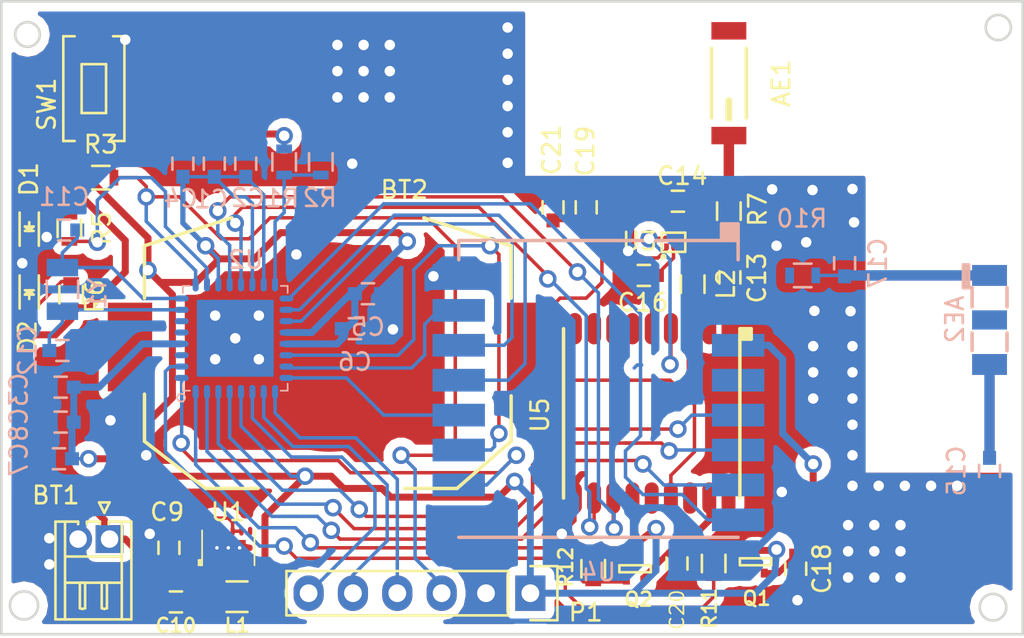
<source format=kicad_pcb>
(kicad_pcb (version 4) (host pcbnew 4.0.5+dfsg1-4~bpo8+1)
  (layers (0 F.Cu signal) (31 B.Cu signal hide) (34 B.Paste user) (35 F.Paste user) (36 B.SilkS user) (37 F.SilkS user) (38 B.Mask user) (39 F.Mask user) (44 Edge.Cuts user))
  (net 0 "")
  (net 1 "Net-(AE1-Pad1)")
  (net 2 "Net-(AE2-Pad1)")
  (net 3 "Net-(AE2-Pad2)")
  (net 4 /VIN)
  (net 5 GND)
  (net 6 +3V3)
  (net 7 /LFXAL_N)
  (net 8 /LFXAL_P)
  (net 9 "Net-(C13-Pad1)")
  (net 10 /VCC_LORA)
  (net 11 /VCC_GPS)
  (net 12 "Net-(D1-Pad2)")
  (net 13 "Net-(D2-Pad2)")
  (net 14 "Net-(L1-Pad1)")
  (net 15 /RESET)
  (net 16 /SWCLK)
  (net 17 /SWDIO)
  (net 18 /SWO)
  (net 19 /LORA_EN)
  (net 20 /GPS_EN)
  (net 21 /ADC_VIN)
  (net 22 /LED1)
  (net 23 /GPS_ANTON)
  (net 24 /GPS_VCCRF)
  (net 25 /LORA_DIO4)
  (net 26 /LORA_SCK)
  (net 27 /LORA_DIO3)
  (net 28 /LORA_DIO5)
  (net 29 /LORA_DIO2)
  (net 30 /GPS_RXD)
  (net 31 /GPS_TXD)
  (net 32 /LORA_MISO)
  (net 33 /LORA_MOSI)
  (net 34 /LORA_NSS)
  (net 35 /LORA_DIO1)
  (net 36 /LORA_DIO0)
  (net 37 "Net-(BT2-Pad1)")
  (net 38 "Net-(R10-Pad1)")
  (net 39 "Net-(L2-Pad1)")
  (net 40 "Net-(L2-Pad2)")
  (module Connectors_Hirose:Hirose_DF13-02P-1.25DS_02x1.25mm_Angled (layer F.Cu) (at 92.9 89.3 180)
    (fp_text reference BT1 (at 2.78 2.51 180) (layer F.SilkS))
    (fp_text value 1.25-2AW)
    (pad 1 thru_hole rect (at -0.3 0 180) (size 1.6 1.6) (drill 1) (layers *.Cu *.Mask) (net 4 /VIN))
    (pad 2 thru_hole oval (at 1.5 0 180) (size 1.6 1.6) (drill 1) (layers *.Cu *.Mask) (net 5 GND))
  )
  (module Footprint_lib:VIA (layer F.Cu) (at 109.43 77.29)
    (fp_text reference REF** hide)
    (fp_text value VIA-0.6mm hide)
    (pad 1 thru_hole circle (at 0 0) (size 1 1) (drill 0.6) (layers *.Cu) (net 5 GND))
  )
  (module my_lib:L70_GPS (layer F.Cu) (at 124.8 81.7 270)
    (fp_text reference U5 (at 0.5 6.95 270) (layer F.SilkS))
    (fp_text value L70)
    (pad 10 smd oval (at -4.45 -3.85 270) (size 1.8 0.8) (layers F.Cu F.Paste F.Mask) (net 5 GND))
    (pad 11 smd oval (at -4.45 -2.75 270) (size 1.8 0.8) (layers F.Cu F.Paste F.Mask) (net 40 "Net-(L2-Pad2)"))
    (pad 12 smd oval (at -4.45 -1.65 270) (size 1.8 0.8) (layers F.Cu F.Paste F.Mask) (net 5 GND))
    (pad 13 smd oval (at -4.45 -0.55 270) (size 1.8 0.8) (layers F.Cu F.Paste F.Mask) (net 23 /GPS_ANTON))
    (pad 14 smd oval (at -4.45 0.55 270) (size 1.8 0.8) (layers F.Cu F.Paste F.Mask) (net 24 /GPS_VCCRF))
    (pad 15 smd oval (at -4.45 1.65 270) (size 1.8 0.8) (layers F.Cu F.Paste F.Mask))
    (pad 16 smd oval (at -4.45 2.75 270) (size 1.8 0.8) (layers F.Cu F.Paste F.Mask))
    (pad 17 smd oval (at -4.45 3.85 270) (size 1.8 0.8) (layers F.Cu F.Paste F.Mask))
    (pad 18 smd oval (at -4.45 4.95 270) (size 1.8 0.8) (layers F.Cu F.Paste F.Mask))
    (pad 1 smd oval (at 5.25 4.95 270) (size 1.8 0.8) (layers F.Cu F.Paste F.Mask) (net 5 GND))
    (pad 2 smd oval (at 5.25 3.85 270) (size 1.8 0.8) (layers F.Cu F.Paste F.Mask) (net 31 /GPS_TXD))
    (pad 3 smd oval (at 5.25 2.75 270) (size 1.8 0.8) (layers F.Cu F.Paste F.Mask) (net 30 /GPS_RXD))
    (pad 4 smd oval (at 5.25 1.65 270) (size 1.8 0.8) (layers F.Cu F.Paste F.Mask))
    (pad 5 smd oval (at 5.25 0.55 270) (size 1.8 0.8) (layers F.Cu F.Paste F.Mask))
    (pad 6 smd oval (at 5.25 -0.55 270) (size 1.8 0.8) (layers F.Cu F.Paste F.Mask) (net 37 "Net-(BT2-Pad1)"))
    (pad 7 smd oval (at 5.25 -1.65 270) (size 1.8 0.8) (layers F.Cu F.Paste F.Mask))
    (pad 8 smd oval (at 5.25 -2.75 270) (size 1.8 0.8) (layers F.Cu F.Paste F.Mask) (net 11 /VCC_GPS))
    (pad 9 smd oval (at 5.25 -3.85 270) (size 1.8 0.8) (layers F.Cu F.Paste F.Mask))
  )
  (module my_lib:RL-SX1276-868 (layer B.Cu) (at 129.2 72.2 180)
    (fp_text reference U4 (at 8 -19 180) (layer B.SilkS) (effects (justify mirror)))
    (fp_text value SX1276-868)
    (pad 1 smd rect (at 16 -2 180) (size 3 1.3) (layers B.Cu B.Paste B.Mask) (net 5 GND))
    (pad 4 smd rect (at 16 -4 180) (size 3 1.3) (layers B.Cu B.Paste B.Mask) (net 34 /LORA_NSS))
    (pad 6 smd rect (at 16 -6 180) (size 3 1.3) (layers B.Cu B.Paste B.Mask) (net 33 /LORA_MOSI))
    (pad 7 smd rect (at 16 -8 180) (size 3 1.3) (layers B.Cu B.Paste B.Mask) (net 32 /LORA_MISO))
    (pad 5 smd rect (at 16 -10 180) (size 3 1.3) (layers B.Cu B.Paste B.Mask) (net 26 /LORA_SCK))
    (pad 2 smd rect (at 16 -12 180) (size 3 1.3) (layers B.Cu B.Paste B.Mask) (net 28 /LORA_DIO5))
    (pad 13 smd rect (at 16 -14 180) (size 3 1.3) (layers B.Cu B.Paste B.Mask) (net 25 /LORA_DIO4))
    (pad 8 smd rect (at 16 -16 180) (size 3 1.3) (layers B.Cu B.Paste B.Mask) (net 5 GND))
    (pad 14 smd rect (at 0 -16 180) (size 3 1.3) (layers B.Cu B.Paste B.Mask) (net 27 /LORA_DIO3))
    (pad 9 smd rect (at 0 -14 180) (size 3 1.3) (layers B.Cu B.Paste B.Mask) (net 29 /LORA_DIO2))
    (pad 10 smd rect (at 0 -12 180) (size 3 1.3) (layers B.Cu B.Paste B.Mask) (net 35 /LORA_DIO1))
    (pad 11 smd rect (at 0 -10 180) (size 3 1.3) (layers B.Cu B.Paste B.Mask) (net 36 /LORA_DIO0))
    (pad 3 smd rect (at 0 -8 180) (size 3 1.3) (layers B.Cu B.Paste B.Mask))
    (pad 12 smd rect (at 0 -6 180) (size 3 1.3) (layers B.Cu B.Paste B.Mask) (net 10 /VCC_LORA))
    (pad 15 smd rect (at 0 -4 180) (size 3 1.3) (layers B.Cu B.Paste B.Mask) (net 5 GND))
    (pad 15 smd rect (at 0 -2 180) (size 3 1.3) (layers B.Cu B.Paste B.Mask) (net 5 GND))
  )
  (module Footprint_lib:VIA (layer F.Cu) (at 93.25 82.5)
    (fp_text reference REF** hide)
    (fp_text value VIA-0.6mm hide)
    (pad 1 thru_hole circle (at 0 0) (size 1 1) (drill 0.6) (layers *.Cu) (net 5 GND))
  )
  (module Footprint_lib:VIA (layer F.Cu) (at 133.57 76.23)
    (fp_text reference REF** hide)
    (fp_text value VIA-0.6mm hide)
    (pad 1 thru_hole circle (at 0 0) (size 1 1) (drill 0.6) (layers *.Cu) (net 5 GND))
  )
  (module Footprint_lib:VIA (layer F.Cu) (at 133.5 78.25)
    (fp_text reference REF** hide)
    (fp_text value VIA-0.6mm hide)
    (pad 1 thru_hole circle (at 0 0) (size 1 1) (drill 0.6) (layers *.Cu) (net 5 GND))
  )
  (module Footprint_lib:VIA (layer F.Cu) (at 133.5 79.75)
    (fp_text reference REF** hide)
    (fp_text value VIA-0.6mm hide)
    (pad 1 thru_hole circle (at 0 0) (size 1 1) (drill 0.6) (layers *.Cu) (net 5 GND))
  )
  (module Footprint_lib:VIA (layer F.Cu) (at 109.25 64)
    (fp_text reference REF** hide)
    (fp_text value VIA-0.6mm hide)
    (pad 1 thru_hole circle (at 0 0) (size 1 1) (drill 0.6) (layers *.Cu) (net 5 GND))
  )
  (module Footprint_lib:VIA (layer F.Cu) (at 109.25 62.5)
    (fp_text reference REF** hide)
    (fp_text value VIA-0.6mm hide)
    (pad 1 thru_hole circle (at 0 0) (size 1 1) (drill 0.6) (layers *.Cu) (net 5 GND))
  )
  (module Footprint_lib:VIA (layer F.Cu) (at 109.25 61)
    (fp_text reference REF** hide)
    (fp_text value VIA-0.6mm hide)
    (pad 1 thru_hole circle (at 0 0) (size 1 1) (drill 0.6) (layers *.Cu) (net 5 GND))
  )
  (module Footprint_lib:VIA (layer F.Cu) (at 107.75 64)
    (fp_text reference REF** hide)
    (fp_text value VIA-0.6mm hide)
    (pad 1 thru_hole circle (at 0 0) (size 1 1) (drill 0.6) (layers *.Cu) (net 5 GND))
  )
  (module Footprint_lib:VIA (layer F.Cu) (at 107.75 62.5)
    (fp_text reference REF** hide)
    (fp_text value VIA-0.6mm hide)
    (pad 1 thru_hole circle (at 0 0) (size 1 1) (drill 0.6) (layers *.Cu) (net 5 GND))
  )
  (module Footprint_lib:VIA (layer F.Cu) (at 107.75 61)
    (fp_text reference REF** hide)
    (fp_text value VIA-0.6mm hide)
    (pad 1 thru_hole circle (at 0 0) (size 1 1) (drill 0.6) (layers *.Cu) (net 5 GND))
  )
  (module Footprint_lib:VIA (layer F.Cu) (at 106.25 64)
    (fp_text reference REF** hide)
    (fp_text value VIA-0.6mm hide)
    (pad 1 thru_hole circle (at 0 0) (size 1 1) (drill 0.6) (layers *.Cu) (net 5 GND))
  )
  (module Footprint_lib:VIA (layer F.Cu) (at 106.25 62.5)
    (fp_text reference REF** hide)
    (fp_text value VIA-0.6mm hide)
    (pad 1 thru_hole circle (at 0 0) (size 1 1) (drill 0.6) (layers *.Cu) (net 5 GND))
  )
  (module Footprint_lib:VIA (layer F.Cu) (at 106.25 61)
    (fp_text reference REF** hide)
    (fp_text value VIA-0.6mm hide)
    (pad 1 thru_hole circle (at 0 0) (size 1 1) (drill 0.6) (layers *.Cu) (net 5 GND))
  )
  (module Footprint_lib:VIA (layer F.Cu) (at 138.5 91.5)
    (fp_text reference REF** hide)
    (fp_text value VIA-0.6mm hide)
    (pad 1 thru_hole circle (at 0 0) (size 1 1) (drill 0.6) (layers *.Cu) (net 5 GND))
  )
  (module Footprint_lib:VIA (layer F.Cu) (at 138.5 90)
    (fp_text reference REF** hide)
    (fp_text value VIA-0.6mm hide)
    (pad 1 thru_hole circle (at 0 0) (size 1 1) (drill 0.6) (layers *.Cu) (net 5 GND))
  )
  (module Footprint_lib:VIA (layer F.Cu) (at 138.5 88.5)
    (fp_text reference REF** hide)
    (fp_text value VIA-0.6mm hide)
    (pad 1 thru_hole circle (at 0 0) (size 1 1) (drill 0.6) (layers *.Cu) (net 5 GND))
  )
  (module Footprint_lib:VIA (layer F.Cu) (at 137 91.5)
    (fp_text reference REF** hide)
    (fp_text value VIA-0.6mm hide)
    (pad 1 thru_hole circle (at 0 0) (size 1 1) (drill 0.6) (layers *.Cu) (net 5 GND))
  )
  (module Footprint_lib:VIA (layer F.Cu) (at 137 90)
    (fp_text reference REF** hide)
    (fp_text value VIA-0.6mm hide)
    (pad 1 thru_hole circle (at 0 0) (size 1 1) (drill 0.6) (layers *.Cu) (net 5 GND))
  )
  (module Footprint_lib:VIA (layer F.Cu) (at 137 88.5)
    (fp_text reference REF** hide)
    (fp_text value VIA-0.6mm hide)
    (pad 1 thru_hole circle (at 0 0) (size 1 1) (drill 0.6) (layers *.Cu) (net 5 GND))
  )
  (module Footprint_lib:VIA (layer F.Cu) (at 135.5 91.5)
    (fp_text reference REF** hide)
    (fp_text value VIA-0.6mm hide)
    (pad 1 thru_hole circle (at 0 0) (size 1 1) (drill 0.6) (layers *.Cu) (net 5 GND))
  )
  (module Footprint_lib:VIA (layer F.Cu) (at 135.5 90)
    (fp_text reference REF** hide)
    (fp_text value VIA-0.6mm hide)
    (pad 1 thru_hole circle (at 0 0) (size 1 1) (drill 0.6) (layers *.Cu) (net 5 GND))
  )
  (module Footprint_lib:VIA (layer F.Cu) (at 135.5 88.5)
    (fp_text reference REF** hide)
    (fp_text value VIA-0.6mm hide)
    (pad 1 thru_hole circle (at 0 0) (size 1 1) (drill 0.6) (layers *.Cu) (net 5 GND))
  )
  (module Footprint_lib:VIA (layer F.Cu) (at 116 67.75)
    (fp_text reference REF** hide)
    (fp_text value VIA-0.6mm hide)
    (pad 1 thru_hole circle (at 0 0) (size 1 1) (drill 0.6) (layers *.Cu) (net 5 GND))
  )
  (module Footprint_lib:VIA (layer F.Cu) (at 116 66)
    (fp_text reference REF** hide)
    (fp_text value VIA-0.6mm hide)
    (pad 1 thru_hole circle (at 0 0) (size 1 1) (drill 0.6) (layers *.Cu) (net 5 GND))
  )
  (module Footprint_lib:VIA (layer F.Cu) (at 116 64.5)
    (fp_text reference REF** hide)
    (fp_text value VIA-0.6mm hide)
    (pad 1 thru_hole circle (at 0 0) (size 1 1) (drill 0.6) (layers *.Cu) (net 5 GND))
  )
  (module Footprint_lib:VIA (layer F.Cu) (at 116 63)
    (fp_text reference REF** hide)
    (fp_text value VIA-0.6mm hide)
    (pad 1 thru_hole circle (at 0 0) (size 1 1) (drill 0.6) (layers *.Cu) (net 5 GND))
  )
  (module Footprint_lib:VIA (layer F.Cu) (at 116 61.5)
    (fp_text reference REF** hide)
    (fp_text value VIA-0.6mm hide)
    (pad 1 thru_hole circle (at 0 0) (size 1 1) (drill 0.6) (layers *.Cu) (net 5 GND))
  )
  (module Footprint_lib:VIA (layer F.Cu) (at 116 60)
    (fp_text reference REF** hide)
    (fp_text value VIA-0.6mm hide)
    (pad 1 thru_hole circle (at 0 0) (size 1 1) (drill 0.6) (layers *.Cu) (net 5 GND))
  )
  (module Footprint_lib:VIA (layer F.Cu) (at 89.75 90.75)
    (fp_text reference REF** hide)
    (fp_text value VIA-0.6mm hide)
    (pad 1 thru_hole circle (at 0 0) (size 1 1) (drill 0.6) (layers *.Cu) (net 5 GND))
  )
  (module Footprint_lib:VIA (layer F.Cu) (at 89.75 89.25)
    (fp_text reference REF** hide)
    (fp_text value VIA-0.6mm hide)
    (pad 1 thru_hole circle (at 0 0) (size 1 1) (drill 0.6) (layers *.Cu) (net 5 GND))
  )
  (module Footprint_lib:VIA (layer F.Cu) (at 101.75 79)
    (fp_text reference REF** hide)
    (fp_text value VIA-0.6mm hide)
    (pad 1 thru_hole circle (at 0 0) (size 1 1) (drill 0.6) (layers *.Cu) (net 5 GND))
  )
  (module Footprint_lib:VIA (layer F.Cu) (at 101.75 76.5)
    (fp_text reference REF** hide)
    (fp_text value VIA-0.6mm hide)
    (pad 1 thru_hole circle (at 0 0) (size 1 1) (drill 0.6) (layers *.Cu) (net 5 GND))
  )
  (module Footprint_lib:VIA (layer F.Cu) (at 99.25 79)
    (fp_text reference REF** hide)
    (fp_text value VIA-0.6mm hide)
    (pad 1 thru_hole circle (at 0 0) (size 1 1) (drill 0.6) (layers *.Cu) (net 5 GND))
  )
  (module Footprint_lib:VIA (layer F.Cu) (at 99.25 76.5)
    (fp_text reference REF** hide)
    (fp_text value VIA-0.6mm hide)
    (pad 1 thru_hole circle (at 0 0) (size 1 1) (drill 0.6) (layers *.Cu) (net 5 GND))
  )
  (module Footprint_lib:VIA (layer F.Cu) (at 133.46 69.31)
    (fp_text reference REF** hide)
    (fp_text value VIA-0.6mm hide)
    (pad 1 thru_hole circle (at 0 0) (size 1 1) (drill 0.6) (layers *.Cu) (net 5 GND))
  )
  (module Footprint_lib:VIA (layer F.Cu) (at 133.1 72.3)
    (fp_text reference REF** hide)
    (fp_text value VIA-0.6mm hide)
    (pad 1 thru_hole circle (at 0 0) (size 1 1) (drill 0.6) (layers *.Cu) (net 5 GND))
  )
  (module Footprint_lib:VIA (layer F.Cu) (at 135.75 82.75)
    (fp_text reference REF** hide)
    (fp_text value VIA-0.6mm hide)
    (pad 1 thru_hole circle (at 0 0) (size 1 1) (drill 0.6) (layers *.Cu) (net 5 GND))
  )
  (module Footprint_lib:VIA (layer F.Cu) (at 135.75 81.25)
    (fp_text reference REF** hide)
    (fp_text value VIA-0.6mm hide)
    (pad 1 thru_hole circle (at 0 0) (size 1 1) (drill 0.6) (layers *.Cu) (net 5 GND))
  )
  (module Footprint_lib:VIA (layer F.Cu) (at 135.75 79.75)
    (fp_text reference REF** hide)
    (fp_text value VIA-0.6mm hide)
    (pad 1 thru_hole circle (at 0 0) (size 1 1) (drill 0.6) (layers *.Cu) (net 5 GND))
  )
  (module Footprint_lib:VIA (layer F.Cu) (at 135.75 78.25)
    (fp_text reference REF** hide)
    (fp_text value VIA-0.6mm hide)
    (pad 1 thru_hole circle (at 0 0) (size 1 1) (drill 0.6) (layers *.Cu) (net 5 GND))
  )
  (module Footprint_lib:VIA (layer F.Cu) (at 135.64 76.25)
    (fp_text reference REF** hide)
    (fp_text value VIA-0.6mm hide)
    (pad 1 thru_hole circle (at 0 0) (size 1 1) (drill 0.6) (layers *.Cu) (net 5 GND))
  )
  (module Footprint_lib:VIA (layer F.Cu) (at 133.5 81.25)
    (fp_text reference REF** hide)
    (fp_text value VIA-0.6mm hide)
    (pad 1 thru_hole circle (at 0 0) (size 1 1) (drill 0.6) (layers *.Cu) (net 5 GND))
  )
  (module Footprint_lib:VIA (layer F.Cu) (at 135.75 84.5)
    (fp_text reference REF** hide)
    (fp_text value VIA-0.6mm hide)
    (pad 1 thru_hole circle (at 0 0) (size 1 1) (drill 0.6) (layers *.Cu) (net 5 GND))
  )
  (module Footprint_lib:VIA (layer F.Cu) (at 131.15 69.27)
    (fp_text reference REF** hide)
    (fp_text value VIA-0.6mm hide)
    (pad 1 thru_hole circle (at 0 0) (size 1 1) (drill 0.6) (layers *.Cu) (net 5 GND))
  )
  (module Footprint_lib:VIA (layer F.Cu) (at 135.84 71.16)
    (fp_text reference REF** hide)
    (fp_text value VIA-0.6mm hide)
    (pad 1 thru_hole circle (at 0 0) (size 1 1) (drill 0.6) (layers *.Cu) (net 5 GND))
  )
  (module Footprint_lib:VIA (layer F.Cu) (at 135.75 69.25)
    (fp_text reference REF** hide)
    (fp_text value VIA-0.6mm hide)
    (pad 1 thru_hole circle (at 0 0) (size 1 1) (drill 0.6) (layers *.Cu) (net 5 GND))
  )
  (module Footprint_lib:VIA (layer F.Cu) (at 135.75 86.25)
    (fp_text reference REF** hide)
    (fp_text value VIA-0.6mm hide)
    (pad 1 thru_hole circle (at 0 0) (size 1 1) (drill 0.6) (layers *.Cu) (net 5 GND))
  )
  (module Footprint_lib:VIA (layer F.Cu) (at 141.75 86.25)
    (fp_text reference REF** hide)
    (fp_text value VIA-0.6mm hide)
    (pad 1 thru_hole circle (at 0 0) (size 1 1) (drill 0.6) (layers *.Cu) (net 5 GND))
  )
  (module Footprint_lib:VIA (layer F.Cu) (at 140.25 86.25)
    (fp_text reference REF** hide)
    (fp_text value VIA-0.6mm hide)
    (pad 1 thru_hole circle (at 0 0) (size 1 1) (drill 0.6) (layers *.Cu) (net 5 GND))
  )
  (module Footprint_lib:VIA (layer F.Cu) (at 138.75 86.25)
    (fp_text reference REF** hide)
    (fp_text value VIA-0.6mm hide)
    (pad 1 thru_hole circle (at 0 0) (size 1 1) (drill 0.6) (layers *.Cu) (net 5 GND))
  )
  (module BAT-HLD-001 (layer F.Cu) (at 105.8 78.3 180)
    (fp_text reference BT2 (at -4.28 9.01 180) (layer F.SilkS))
    (fp_text value BAT-HLD-001)
    (pad 1 smd rect (at -11.43 0 180) (size 2.54 5.08) (layers F.Cu F.Paste F.Mask) (net 37 "Net-(BT2-Pad1)"))
    (pad 0 smd rect (at 11.43 0 180) (size 2.54 5.08) (layers F.Cu F.Paste F.Mask))
    (pad 2 smd circle (at 0 0 180) (size 12 12) (layers F.Cu F.Paste F.Mask) (net 5 GND))
  )
  (module my_lib:1575AT43A0040E-ANTENNA (layer F.Cu) (at 128.67 66.19 90)
    (fp_text reference AE1 (at 3 3 90) (layer F.SilkS))
    (fp_text value 1575AT43A0040E)
    (pad 1 smd rect (at 0 0 90) (size 1 2) (layers F.Cu F.Paste F.Mask) (net 1 "Net-(AE1-Pad1)"))
    (pad 2 smd rect (at 6 0 90) (size 1 2) (layers F.Cu F.Paste F.Mask))
  )
  (module my_lib:M620720-ANTENNA (layer B.Cu) (at 143.6 74.2 270)
    (fp_text reference AE2 (at 2.52 1.99 270) (layer B.SilkS) (effects (justify mirror)))
    (fp_text value M620720)
    (pad 1 smd rect (at 0 0 270) (size 1.2 2) (layers B.Cu B.Paste B.Mask) (net 2 "Net-(AE2-Pad1)"))
    (pad 2 smd rect (at 5.1 0 270) (size 1.2 2) (layers B.Cu B.Paste B.Mask) (net 3 "Net-(AE2-Pad2)"))
    (pad "" smd rect (at 2.55 0 270) (size 1.1 2) (layers B.Cu B.Paste B.Mask))
  )
  (module Capacitors_SMD:C_0603 (layer B.Cu) (at 99.2 67.8 90)
    (fp_text reference C1 (at -2.04 -0.18 180) (layer B.SilkS) (effects (justify mirror)))
    (fp_text value 104)
    (pad 1 smd rect (at -0.75 0 90) (size 0.8 0.75) (layers B.Cu B.Paste B.Mask) (net 6 +3V3))
    (pad 2 smd rect (at 0.75 0 90) (size 0.8 0.75) (layers B.Cu B.Paste B.Mask) (net 5 GND))
  )
  (module Capacitors_SMD:C_0603 (layer B.Cu) (at 101 67.8 90)
    (fp_text reference C2 (at -1.96 0.13 180) (layer B.SilkS) (effects (justify mirror)))
    (fp_text value 104)
    (pad 1 smd rect (at -0.75 0 90) (size 0.8 0.75) (layers B.Cu B.Paste B.Mask) (net 6 +3V3))
    (pad 2 smd rect (at 0.75 0 90) (size 0.8 0.75) (layers B.Cu B.Paste B.Mask) (net 5 GND))
  )
  (module Capacitors_SMD:C_0603 (layer B.Cu) (at 90.4 80.6 180)
    (fp_text reference C3 (at 2.4 -0.15 270) (layer B.SilkS) (effects (justify mirror)))
    (fp_text value 104)
    (pad 1 smd rect (at -0.75 0 180) (size 0.8 0.75) (layers B.Cu B.Paste B.Mask) (net 6 +3V3))
    (pad 2 smd rect (at 0.75 0 180) (size 0.8 0.75) (layers B.Cu B.Paste B.Mask) (net 5 GND))
  )
  (module Capacitors_SMD:C_0603 (layer B.Cu) (at 97.4 67.8 90)
    (fp_text reference C4 (at -2 -0.13 360) (layer B.SilkS) (effects (justify mirror)))
    (fp_text value 104)
    (pad 1 smd rect (at -0.75 0 90) (size 0.8 0.75) (layers B.Cu B.Paste B.Mask) (net 6 +3V3))
    (pad 2 smd rect (at 0.75 0 90) (size 0.8 0.75) (layers B.Cu B.Paste B.Mask) (net 5 GND))
  )
  (module Capacitors_SMD:C_0603 (layer B.Cu) (at 108 75.25)
    (fp_text reference C5 (at 0 1.9) (layer B.SilkS) (effects (justify mirror)))
    (fp_text value 104)
    (pad 1 smd rect (at -0.75 0) (size 0.8 0.75) (layers B.Cu B.Paste B.Mask) (net 6 +3V3))
    (pad 2 smd rect (at 0.75 0) (size 0.8 0.75) (layers B.Cu B.Paste B.Mask) (net 5 GND))
  )
  (module Capacitors_SMD:C_0603 (layer B.Cu) (at 107.25 77.25)
    (fp_text reference C6 (at 0 1.9) (layer B.SilkS) (effects (justify mirror)))
    (fp_text value 104)
    (pad 1 smd rect (at -0.75 0) (size 0.8 0.75) (layers B.Cu B.Paste B.Mask) (net 6 +3V3))
    (pad 2 smd rect (at 0.75 0) (size 0.8 0.75) (layers B.Cu B.Paste B.Mask) (net 5 GND))
  )
  (module Capacitors_SMD:C_0603 (layer B.Cu) (at 90.3 84.7 180)
    (fp_text reference C7 (at 2.3 -0.05 270) (layer B.SilkS) (effects (justify mirror)))
    (fp_text value 1uF)
    (pad 1 smd rect (at -0.75 0 180) (size 0.8 0.75) (layers B.Cu B.Paste B.Mask) (net 6 +3V3))
    (pad 2 smd rect (at 0.75 0 180) (size 0.8 0.75) (layers B.Cu B.Paste B.Mask) (net 5 GND))
  )
  (module Capacitors_SMD:C_0603 (layer B.Cu) (at 90.4 82.6 180)
    (fp_text reference C8 (at 2.4 -0.15 270) (layer B.SilkS) (effects (justify mirror)))
    (fp_text value 10uF)
    (pad 1 smd rect (at -0.75 0 180) (size 0.8 0.75) (layers B.Cu B.Paste B.Mask) (net 6 +3V3))
    (pad 2 smd rect (at 0.75 0 180) (size 0.8 0.75) (layers B.Cu B.Paste B.Mask) (net 5 GND))
  )
  (module Capacitors_SMD:C_0603 (layer F.Cu) (at 96.6 89.8 90)
    (fp_text reference C9 (at 2.05 -0.1 180) (layer F.SilkS))
    (fp_text value 10uF)
    (pad 1 smd rect (at -0.75 0 90) (size 0.8 0.75) (layers F.Cu F.Paste F.Mask) (net 4 /VIN))
    (pad 2 smd rect (at 0.75 0 90) (size 0.8 0.75) (layers F.Cu F.Paste F.Mask) (net 5 GND))
  )
  (module Capacitors_SMD:C_0603 (layer F.Cu) (at 97 92.9 180)
    (fp_text reference C10 (at 0 -1.35 180) (layer F.SilkS) (effects (font (size 0.8 0.8))))
    (fp_text value 10uF)
    (pad 1 smd rect (at -0.75 0 180) (size 0.8 0.75) (layers F.Cu F.Paste F.Mask) (net 6 +3V3))
    (pad 2 smd rect (at 0.75 0 180) (size 0.8 0.75) (layers F.Cu F.Paste F.Mask) (net 5 GND))
  )
  (module Capacitors_SMD:C_0603 (layer B.Cu) (at 90.6 71.6 180)
    (fp_text reference C11 (at 0 1.9 180) (layer B.SilkS) (effects (justify mirror)))
    (fp_text value 22pF)
    (pad 1 smd rect (at -0.75 0 180) (size 0.8 0.75) (layers B.Cu B.Paste B.Mask) (net 7 /LFXAL_N))
    (pad 2 smd rect (at 0.75 0 180) (size 0.8 0.75) (layers B.Cu B.Paste B.Mask) (net 5 GND))
  )
  (module Capacitors_SMD:C_0603 (layer B.Cu) (at 90.5 78.5)
    (fp_text reference C12 (at -2 0 270) (layer B.SilkS) (effects (justify mirror)))
    (fp_text value 22pF)
    (pad 1 smd rect (at -0.75 0) (size 0.8 0.75) (layers B.Cu B.Paste B.Mask) (net 8 /LFXAL_P))
    (pad 2 smd rect (at 0.75 0) (size 0.8 0.75) (layers B.Cu B.Paste B.Mask) (net 5 GND))
  )
  (module Capacitors_SMD:C_0603 (layer F.Cu) (at 128.73 74.31 270)
    (fp_text reference C13 (at 0.04 -1.55 270) (layer F.SilkS))
    (fp_text value NM)
    (pad 1 smd rect (at -0.75 0 270) (size 0.8 0.75) (layers F.Cu F.Paste F.Mask) (net 9 "Net-(C13-Pad1)"))
    (pad 2 smd rect (at 0.75 0 270) (size 0.8 0.75) (layers F.Cu F.Paste F.Mask) (net 5 GND))
  )
  (module Capacitors_SMD:C_0603 (layer F.Cu) (at 125.75 69.95 180)
    (fp_text reference C14 (at -0.25 1.45 180) (layer F.SilkS))
    (fp_text value NM)
    (pad 1 smd rect (at -0.75 0 180) (size 0.8 0.75) (layers F.Cu F.Paste F.Mask) (net 1 "Net-(AE1-Pad1)"))
    (pad 2 smd rect (at 0.75 0 180) (size 0.8 0.75) (layers F.Cu F.Paste F.Mask) (net 5 GND))
  )
  (module Capacitors_SMD:C_0603 (layer B.Cu) (at 143.6 85.4 270)
    (fp_text reference C15 (at 0 1.9 270) (layer B.SilkS) (effects (justify mirror)))
    (fp_text value 6.8pF)
    (pad 1 smd rect (at -0.75 0 270) (size 0.8 0.75) (layers B.Cu B.Paste B.Mask) (net 3 "Net-(AE2-Pad2)"))
    (pad 2 smd rect (at 0.75 0 270) (size 0.8 0.75) (layers B.Cu B.Paste B.Mask) (net 5 GND))
  )
  (module Capacitors_SMD:C_0603 (layer F.Cu) (at 123.8 74.2 180)
    (fp_text reference C16 (at 0.05 -1.55 180) (layer F.SilkS))
    (fp_text value 1nF)
    (pad 1 smd rect (at -0.75 0 180) (size 0.8 0.75) (layers F.Cu F.Paste F.Mask) (net 24 /GPS_VCCRF))
    (pad 2 smd rect (at 0.75 0 180) (size 0.8 0.75) (layers F.Cu F.Paste F.Mask) (net 5 GND))
  )
  (module Capacitors_SMD:C_0603 (layer B.Cu) (at 135.3 73.5 90)
    (fp_text reference C17 (at 0 1.9 90) (layer B.SilkS) (effects (justify mirror)))
    (fp_text value 82pF)
    (pad 1 smd rect (at -0.75 0 90) (size 0.8 0.75) (layers B.Cu B.Paste B.Mask) (net 2 "Net-(AE2-Pad1)"))
    (pad 2 smd rect (at 0.75 0 90) (size 0.8 0.75) (layers B.Cu B.Paste B.Mask) (net 5 GND))
  )
  (module Capacitors_SMD:C_0603 (layer F.Cu) (at 132.5 91 270)
    (fp_text reference C18 (at 0 -1.5 270) (layer F.SilkS))
    (fp_text value 104)
    (pad 1 smd rect (at -0.75 0 270) (size 0.8 0.75) (layers F.Cu F.Paste F.Mask) (net 10 /VCC_LORA))
    (pad 2 smd rect (at 0.75 0 270) (size 0.8 0.75) (layers F.Cu F.Paste F.Mask) (net 5 GND))
  )
  (module Capacitors_SMD:C_0603 (layer F.Cu) (at 120.5 70.3 90)
    (fp_text reference C19 (at 3.22 -0.05 270) (layer F.SilkS))
    (fp_text value 4.7uF)
    (pad 1 smd rect (at -0.75 0 90) (size 0.8 0.75) (layers F.Cu F.Paste F.Mask) (net 37 "Net-(BT2-Pad1)"))
    (pad 2 smd rect (at 0.75 0 90) (size 0.8 0.75) (layers F.Cu F.Paste F.Mask) (net 5 GND))
  )
  (module Capacitors_SMD:C_0603 (layer F.Cu) (at 125.7 90.7 270)
    (fp_text reference C20 (at 2.65 0 270) (layer F.SilkS) (effects (font (size 0.8 0.8) (thickness 0.1))))
    (fp_text value 104)
    (pad 1 smd rect (at -0.75 0 270) (size 0.8 0.75) (layers F.Cu F.Paste F.Mask) (net 11 /VCC_GPS))
    (pad 2 smd rect (at 0.75 0 270) (size 0.8 0.75) (layers F.Cu F.Paste F.Mask) (net 5 GND))
  )
  (module Capacitors_SMD:C_0603 (layer F.Cu) (at 118.6 70.3 90)
    (fp_text reference C21 (at 3.3 -0.08 90) (layer F.SilkS))
    (fp_text value 104)
    (pad 1 smd rect (at -0.75 0 90) (size 0.8 0.75) (layers F.Cu F.Paste F.Mask) (net 37 "Net-(BT2-Pad1)"))
    (pad 2 smd rect (at 0.75 0 90) (size 0.8 0.75) (layers F.Cu F.Paste F.Mask) (net 5 GND))
  )
  (module LEDs:LED_0603 (layer F.Cu) (at 88.6 71.4 90)
    (fp_text reference D1 (at 2.71 -0.02 270) (layer F.SilkS))
    (fp_text value LED)
    (pad 2 smd rect (at 0.7493 0 270) (size 0.79756 0.79756) (layers F.Cu F.Paste F.Mask) (net 12 "Net-(D1-Pad2)"))
    (pad 1 smd rect (at -0.7493 0 270) (size 0.79756 0.79756) (layers F.Cu F.Paste F.Mask) (net 5 GND))
  )
  (module LEDs:LED_0603 (layer F.Cu) (at 88.6 75.3 270)
    (fp_text reference D2 (at 2.45 0.1 270) (layer F.SilkS))
    (fp_text value LED)
    (pad 2 smd rect (at 0.7493 0 90) (size 0.79756 0.79756) (layers F.Cu F.Paste F.Mask) (net 13 "Net-(D2-Pad2)"))
    (pad 1 smd rect (at -0.7493 0 90) (size 0.79756 0.79756) (layers F.Cu F.Paste F.Mask) (net 5 GND))
  )
  (module Resistors_SMD:R_0805 (layer F.Cu) (at 100.5 92.6)
    (fp_text reference L1 (at 0 1.65) (layer F.SilkS) (effects (font (size 0.8 0.8))))
    (fp_text value 2.2uH)
    (pad 1 smd rect (at -0.95 0) (size 0.7 1.3) (layers F.Cu F.Paste F.Mask) (net 14 "Net-(L1-Pad1)"))
    (pad 2 smd rect (at 0.95 0) (size 0.7 1.3) (layers F.Cu F.Paste F.Mask) (net 6 +3V3))
  )
  (module Pin_Headers:Pin_Header_Straight_1x06 (layer F.Cu) (at 117.3 92.4 270)
    (fp_text reference P1 (at 1.1 -3.17 360) (layer F.SilkS))
    (fp_text value CONN_01X06)
    (pad 1 thru_hole rect (at 0 0 270) (size 2.032 1.7272) (drill 1.016) (layers *.Cu *.Mask) (net 6 +3V3))
    (pad 2 thru_hole oval (at 0 2.54 270) (size 2.032 1.7272) (drill 1.016) (layers *.Cu *.Mask) (net 5 GND))
    (pad 3 thru_hole oval (at 0 5.08 270) (size 2.032 1.7272) (drill 1.016) (layers *.Cu *.Mask) (net 15 /RESET))
    (pad 4 thru_hole oval (at 0 7.62 270) (size 2.032 1.7272) (drill 1.016) (layers *.Cu *.Mask) (net 16 /SWCLK))
    (pad 5 thru_hole oval (at 0 10.16 270) (size 2.032 1.7272) (drill 1.016) (layers *.Cu *.Mask) (net 17 /SWDIO))
    (pad 6 thru_hole oval (at 0 12.7 270) (size 2.032 1.7272) (drill 1.016) (layers *.Cu *.Mask) (net 18 /SWO))
  )
  (module my_lib:SOT-523 (layer F.Cu) (at 130.2 90.6 90)
    (fp_text reference Q1 (at -2.1 0.06 180) (layer F.SilkS) (effects (font (size 0.8 0.8))))
    (fp_text value DMG1012T-7)
    (pad 1 smd rect (at -0.65 -0.5 270) (size 0.51 0.4) (layers F.Cu F.Paste F.Mask) (net 19 /LORA_EN))
    (pad 2 smd rect (at -0.65 0.5 270) (size 0.51 0.4) (layers F.Cu F.Paste F.Mask) (net 10 /VCC_LORA))
    (pad 3 smd rect (at 0.65 0 270) (size 0.51 0.4) (layers F.Cu F.Paste F.Mask) (net 6 +3V3))
  )
  (module my_lib:SOT-523 (layer F.Cu) (at 123.3 91 90)
    (fp_text reference Q2 (at -1.75 0.2 180) (layer F.SilkS) (effects (font (size 0.8 0.8))))
    (fp_text value DMG1012T-7)
    (pad 1 smd rect (at -0.65 -0.5 270) (size 0.51 0.4) (layers F.Cu F.Paste F.Mask) (net 20 /GPS_EN))
    (pad 2 smd rect (at -0.65 0.5 270) (size 0.51 0.4) (layers F.Cu F.Paste F.Mask) (net 11 /VCC_GPS))
    (pad 3 smd rect (at 0.65 0 270) (size 0.51 0.4) (layers F.Cu F.Paste F.Mask) (net 6 +3V3))
  )
  (module Resistors_SMD:R_0603 (layer B.Cu) (at 103.2 67.7 270)
    (fp_text reference R1 (at 2.08 0.12 360) (layer B.SilkS) (effects (justify mirror)))
    (fp_text value 440K)
    (pad 1 smd rect (at -0.75 0 270) (size 0.5 0.9) (layers B.Cu B.Paste B.Mask) (net 4 /VIN))
    (pad 2 smd rect (at 0.75 0 270) (size 0.5 0.9) (layers B.Cu B.Paste B.Mask) (net 21 /ADC_VIN))
  )
  (module Resistors_SMD:R_0603 (layer B.Cu) (at 105.3 67.7 90)
    (fp_text reference R2 (at -2.06 -0.06 180) (layer B.SilkS) (effects (justify mirror)))
    (fp_text value 1M)
    (pad 1 smd rect (at -0.75 0 90) (size 0.5 0.9) (layers B.Cu B.Paste B.Mask) (net 21 /ADC_VIN))
    (pad 2 smd rect (at 0.75 0 90) (size 0.5 0.9) (layers B.Cu B.Paste B.Mask) (net 5 GND))
  )
  (module Resistors_SMD:R_0603 (layer F.Cu) (at 92.7 68.6)
    (fp_text reference R3 (at 0 -1.9) (layer F.SilkS))
    (fp_text value 10k)
    (pad 1 smd rect (at -0.75 0) (size 0.5 0.9) (layers F.Cu F.Paste F.Mask) (net 6 +3V3))
    (pad 2 smd rect (at 0.75 0) (size 0.5 0.9) (layers F.Cu F.Paste F.Mask) (net 15 /RESET))
  )
  (module Resistors_SMD:R_0603 (layer F.Cu) (at 90.9 71.5 90)
    (fp_text reference R5 (at 0 1.85 90) (layer F.SilkS))
    (fp_text value 1k)
    (pad 1 smd rect (at -0.75 0 90) (size 0.5 0.9) (layers F.Cu F.Paste F.Mask) (net 22 /LED1))
    (pad 2 smd rect (at 0.75 0 90) (size 0.5 0.9) (layers F.Cu F.Paste F.Mask) (net 12 "Net-(D1-Pad2)"))
  )
  (module Resistors_SMD:R_0603 (layer F.Cu) (at 91 75.3 90)
    (fp_text reference R6 (at -0.1 1.35 90) (layer F.SilkS))
    (fp_text value 1k)
    (pad 1 smd rect (at -0.75 0 90) (size 0.5 0.9) (layers F.Cu F.Paste F.Mask) (net 4 /VIN))
    (pad 2 smd rect (at 0.75 0 90) (size 0.5 0.9) (layers F.Cu F.Paste F.Mask) (net 13 "Net-(D2-Pad2)"))
  )
  (module Resistors_SMD:R_0603 (layer F.Cu) (at 128.67 70.52 90)
    (fp_text reference R7 (at 0.1 1.65 90) (layer F.SilkS))
    (fp_text value 0R)
    (pad 1 smd rect (at -0.75 0 90) (size 0.5 0.9) (layers F.Cu F.Paste F.Mask) (net 9 "Net-(C13-Pad1)"))
    (pad 2 smd rect (at 0.75 0 90) (size 0.5 0.9) (layers F.Cu F.Paste F.Mask) (net 1 "Net-(AE1-Pad1)"))
  )
  (module Resistors_SMD:R_0603 (layer B.Cu) (at 132.9 74.2)
    (fp_text reference R10 (at -0.05 -3.26) (layer B.SilkS) (effects (justify mirror)))
    (fp_text value 0R)
    (pad 1 smd rect (at -0.75 0) (size 0.5 0.9) (layers B.Cu B.Paste B.Mask) (net 38 "Net-(R10-Pad1)"))
    (pad 2 smd rect (at 0.75 0) (size 0.5 0.9) (layers B.Cu B.Paste B.Mask) (net 2 "Net-(AE2-Pad1)"))
  )
  (module Resistors_SMD:R_0603 (layer F.Cu) (at 127.8 90.7 90)
    (fp_text reference R11 (at -2.57 -0.25 90) (layer F.SilkS) (effects (font (size 0.8 0.8))))
    (fp_text value 1M)
    (pad 1 smd rect (at -0.75 0 90) (size 0.5 0.9) (layers F.Cu F.Paste F.Mask) (net 19 /LORA_EN))
    (pad 2 smd rect (at 0.75 0 90) (size 0.5 0.9) (layers F.Cu F.Paste F.Mask) (net 5 GND))
  )
  (module Resistors_SMD:R_0603 (layer F.Cu) (at 120.9 91 90)
    (fp_text reference R12 (at 0.09 -1.57 90) (layer F.SilkS) (effects (font (size 0.8 0.8))))
    (fp_text value 1M)
    (pad 1 smd rect (at -0.75 0 90) (size 0.5 0.9) (layers F.Cu F.Paste F.Mask) (net 20 /GPS_EN))
    (pad 2 smd rect (at 0.75 0 90) (size 0.5 0.9) (layers F.Cu F.Paste F.Mask) (net 5 GND))
  )
  (module my_lib:SW (layer F.Cu) (at 92.3 63.5 90)
    (fp_text reference SW1 (at -0.9 -2.7 90) (layer F.SilkS))
    (fp_text value SW_2P)
    (pad 2 smd rect (at 2.7 0 90) (size 2 1.6) (layers F.Cu F.Paste F.Mask) (net 5 GND))
    (pad 1 smd rect (at -2.7 0 90) (size 2 1.6) (layers F.Cu F.Paste F.Mask) (net 15 /RESET))
  )
  (module my_lib:WSON-12_3x2 (layer F.Cu) (at 100 89.8 90)
    (fp_text reference U1 (at 2.05 0 180) (layer F.SilkS))
    (fp_text value TPS62740)
    (pad 1 smd oval (at -0.95 -1.25 90) (size 0.5 0.25) (layers F.Cu F.Paste F.Mask) (net 4 /VIN))
    (pad 2 smd oval (at -0.95 -0.75 90) (size 0.5 0.25) (layers F.Cu F.Paste F.Mask) (net 14 "Net-(L1-Pad1)"))
    (pad 3 smd oval (at -0.95 -0.25 90) (size 0.5 0.25) (layers F.Cu F.Paste F.Mask) (net 5 GND))
    (pad 4 smd oval (at -0.95 0.25 90) (size 0.5 0.25) (layers F.Cu F.Paste F.Mask))
    (pad 5 smd oval (at -0.95 0.75 90) (size 0.5 0.25) (layers F.Cu F.Paste F.Mask) (net 6 +3V3))
    (pad 6 smd oval (at -0.95 1.25 90) (size 0.5 0.25) (layers F.Cu F.Paste F.Mask))
    (pad 7 smd oval (at 0.95 1.25 90) (size 0.5 0.25) (layers F.Cu F.Paste F.Mask))
    (pad 8 smd oval (at 0.95 0.75 90) (size 0.5 0.25) (layers F.Cu F.Paste F.Mask) (net 4 /VIN))
    (pad 9 smd oval (at 0.95 0.25 90) (size 0.5 0.25) (layers F.Cu F.Paste F.Mask) (net 4 /VIN))
    (pad 10 smd oval (at 0.95 -0.25 90) (size 0.5 0.25) (layers F.Cu F.Paste F.Mask) (net 5 GND))
    (pad 11 smd oval (at 0.95 -0.75 90) (size 0.5 0.25) (layers F.Cu F.Paste F.Mask) (net 5 GND))
    (pad 12 smd oval (at 0.95 -1.25 90) (size 0.5 0.25) (layers F.Cu F.Paste F.Mask) (net 4 /VIN))
    (pad 0 smd rect (at 0 0 90) (size 0.9 2) (layers F.Cu F.Paste F.Mask) (net 5 GND))
    (pad 0 thru_hole circle (at 0 -0.65 90) (size 0.5 0.5) (drill 0.2) (layers *.Cu *.Mask) (net 5 GND))
    (pad 0 thru_hole circle (at 0 0 90) (size 0.5 0.5) (drill 0.2) (layers *.Cu *.Mask) (net 5 GND))
    (pad 0 thru_hole circle (at 0 0.65 90) (size 0.5 0.5) (drill 0.2) (layers *.Cu *.Mask) (net 5 GND))
  )
  (module my_lib:QFN-32-1EP_6x6mm_Pitch0.65mm (layer B.Cu) (at 100.4 77.8)
    (fp_text reference U2 (at 0.6 -4.5) (layer B.SilkS) (effects (justify mirror)))
    (fp_text value EFM32ZG210)
    (pad 1 smd oval (at -3.07 2.27) (size 0.8 0.35) (layers B.Cu B.Paste B.Mask) (net 25 /LORA_DIO4))
    (pad 9 smd oval (at -2.27 -3.08 270) (size 0.8 0.35) (layers B.Cu B.Paste B.Mask) (net 15 /RESET))
    (pad 24 smd oval (at 2.93 2.27) (size 0.8 0.35) (layers B.Cu B.Paste B.Mask) (net 26 /LORA_SCK))
    (pad 32 smd oval (at -2.27 3.07 270) (size 0.8 0.35) (layers B.Cu B.Paste B.Mask) (net 20 /GPS_EN))
    (pad 2 smd oval (at -3.07 1.62) (size 0.8 0.35) (layers B.Cu B.Paste B.Mask) (net 19 /LORA_EN))
    (pad 3 smd oval (at -3.07 0.97) (size 0.8 0.35) (layers B.Cu B.Paste B.Mask))
    (pad 4 smd oval (at -3.07 0.32) (size 0.8 0.35) (layers B.Cu B.Paste B.Mask) (net 6 +3V3))
    (pad 5 smd oval (at -3.07 -0.33) (size 0.8 0.35) (layers B.Cu B.Paste B.Mask))
    (pad 6 smd oval (at -3.07 -0.98) (size 0.8 0.35) (layers B.Cu B.Paste B.Mask))
    (pad 7 smd oval (at -3.07 -1.63) (size 0.8 0.35) (layers B.Cu B.Paste B.Mask) (net 8 /LFXAL_P))
    (pad 8 smd oval (at -3.07 -2.28) (size 0.8 0.35) (layers B.Cu B.Paste B.Mask) (net 7 /LFXAL_N))
    (pad 25 smd oval (at 2.28 3.07 270) (size 0.8 0.35) (layers B.Cu B.Paste B.Mask) (net 16 /SWCLK))
    (pad 26 smd oval (at 1.63 3.07 270) (size 0.8 0.35) (layers B.Cu B.Paste B.Mask) (net 17 /SWDIO))
    (pad 27 smd oval (at 0.98 3.07 270) (size 0.8 0.35) (layers B.Cu B.Paste B.Mask) (net 18 /SWO))
    (pad 28 smd oval (at 0.33 3.07 270) (size 0.8 0.35) (layers B.Cu B.Paste B.Mask) (net 6 +3V3))
    (pad 29 smd oval (at -0.32 3.07 270) (size 0.8 0.35) (layers B.Cu B.Paste B.Mask) (net 36 /LORA_DIO0))
    (pad 30 smd oval (at -0.97 3.07 270) (size 0.8 0.35) (layers B.Cu B.Paste B.Mask) (net 35 /LORA_DIO1))
    (pad 31 smd oval (at -1.62 3.07 270) (size 0.8 0.35) (layers B.Cu B.Paste B.Mask) (net 29 /LORA_DIO2))
    (pad 10 smd oval (at -1.62 -3.08 270) (size 0.8 0.35) (layers B.Cu B.Paste B.Mask) (net 22 /LED1))
    (pad 11 smd oval (at -0.97 -3.08 270) (size 0.8 0.35) (layers B.Cu B.Paste B.Mask) (net 6 +3V3))
    (pad 12 smd oval (at -0.32 -3.08 270) (size 0.8 0.35) (layers B.Cu B.Paste B.Mask) (net 30 /GPS_RXD))
    (pad 13 smd oval (at 0.33 -3.08 270) (size 0.8 0.35) (layers B.Cu B.Paste B.Mask) (net 31 /GPS_TXD))
    (pad 14 smd oval (at 0.98 -3.08 270) (size 0.8 0.35) (layers B.Cu B.Paste B.Mask) (net 6 +3V3))
    (pad 15 smd oval (at 1.63 -3.08 270) (size 0.8 0.35) (layers B.Cu B.Paste B.Mask) (net 6 +3V3))
    (pad 16 smd oval (at 2.28 -3.08 270) (size 0.8 0.35) (layers B.Cu B.Paste B.Mask) (net 21 /ADC_VIN))
    (pad 17 smd oval (at 2.93 -2.28) (size 0.8 0.35) (layers B.Cu B.Paste B.Mask) (net 27 /LORA_DIO3))
    (pad 18 smd oval (at 2.93 -1.63) (size 0.8 0.35) (layers B.Cu B.Paste B.Mask) (net 32 /LORA_MISO))
    (pad 19 smd oval (at 2.93 -0.98) (size 0.8 0.35) (layers B.Cu B.Paste B.Mask) (net 33 /LORA_MOSI))
    (pad 20 smd oval (at 2.93 -0.33) (size 0.8 0.35) (layers B.Cu B.Paste B.Mask) (net 6 +3V3))
    (pad 21 smd oval (at 2.93 0.32) (size 0.8 0.35) (layers B.Cu B.Paste B.Mask) (net 6 +3V3))
    (pad 22 smd oval (at 2.93 0.97) (size 0.8 0.35) (layers B.Cu B.Paste B.Mask) (net 28 /LORA_DIO5))
    (pad 23 smd oval (at 2.93 1.62) (size 0.8 0.35) (layers B.Cu B.Paste B.Mask) (net 34 /LORA_NSS))
    (pad 0 smd rect (at 0 0) (size 4.4 4.4) (layers B.Cu B.Paste B.Mask) (net 5 GND))
  )
  (module my_lib:Crystal_SMD_32768 (layer B.Cu) (at 90.5 75 270)
    (fp_text reference Y1 (at 0.25 -2 270) (layer B.SilkS) (effects (justify mirror)))
    (fp_text value ECS-.327-12.5-34B-TR)
    (pad 2 smd rect (at 1.25 0 270) (size 1 1.8) (layers B.Cu B.Paste B.Mask) (net 8 /LFXAL_P))
    (pad 1 smd rect (at -1.25 0 270) (size 1 1.8) (layers B.Cu B.Paste B.Mask) (net 7 /LFXAL_N))
  )
  (module Resistors_SMD:R_0603 (layer F.Cu) (at 126.6 74.7 270)
    (fp_text reference L2 (at 0 -1.9 270) (layer F.SilkS))
    (fp_text value 5.6pH)
    (pad 1 smd rect (at -0.75 0 270) (size 0.5 0.9) (layers F.Cu F.Paste F.Mask) (net 39 "Net-(L2-Pad1)"))
    (pad 2 smd rect (at 0.75 0 270) (size 0.5 0.9) (layers F.Cu F.Paste F.Mask) (net 40 "Net-(L2-Pad2)"))
  )
  (module my_lib:TSLP-6-3 (layer F.Cu) (at 125.5 72.3 90)
    (fp_text reference U3 (at 0.05 -1.95 180) (layer F.SilkS))
    (fp_text value BGA825L6S)
    (pad 1 smd rect (at -0.225 -0.4 90) (size 0.325 0.27) (layers F.Cu F.Paste F.Mask) (net 5 GND))
    (pad 2 smd rect (at -0.225 0 90) (size 0.325 0.27) (layers F.Cu F.Paste F.Mask) (net 24 /GPS_VCCRF))
    (pad 3 smd rect (at -0.225 0.4 90) (size 0.325 0.27) (layers F.Cu F.Paste F.Mask) (net 39 "Net-(L2-Pad1)"))
    (pad 4 smd rect (at 0.225 0.4 90) (size 0.325 0.27) (layers F.Cu F.Paste F.Mask) (net 5 GND))
    (pad 5 smd rect (at 0.225 0 90) (size 0.325 0.27) (layers F.Cu F.Paste F.Mask) (net 9 "Net-(C13-Pad1)"))
    (pad 6 smd rect (at 0.225 -0.4 90) (size 0.325 0.27) (layers F.Cu F.Paste F.Mask) (net 23 /GPS_ANTON))
  )
  (module Footprint_lib:VIA (layer F.Cu) (at 137.25 86.25)
    (fp_text reference REF** hide)
    (fp_text value VIA-0.6mm hide)
    (pad 1 thru_hole circle (at 0 0) (size 1 1) (drill 0.6) (layers *.Cu) (net 5 GND))
  )
  (gr_line (start 87 94.75) (end 87 58.5) (angle 90) (layer Edge.Cuts) (width 0.15))
  (gr_line (start 145.5 94.75) (end 87 94.75) (angle 90) (layer Edge.Cuts) (width 0.15))
  (gr_line (start 145.5 58.5) (end 145.5 94.75) (angle 90) (layer Edge.Cuts) (width 0.15))
  (gr_line (start 87 58.5) (end 145.5 58.5) (angle 90) (layer Edge.Cuts) (width 0.15))
  (gr_circle (center 88.5 60.4) (end 89.2 60.3) (layer Edge.Cuts) (width 0.15))
  (gr_circle (center 88.3 93.1) (end 89 92.7) (layer Edge.Cuts) (width 0.15))
  (gr_circle (center 143.8 93.2) (end 144.5 92.9) (layer Edge.Cuts) (width 0.15))
  (gr_circle (center 144.1 60) (end 144.7 59.6) (layer Edge.Cuts) (width 0.15))
  (segment (start 128.67 69.77) (end 128.67 66.19) (width 0.6) (layer F.Cu) (net 1))
  (segment (start 128.67 69.77) (end 126.68 69.77) (width 0.2) (layer F.Cu) (net 1))
  (segment (start 126.68 69.77) (end 126.5 69.95) (width 0.2) (layer F.Cu) (net 1))
  (segment (start 143.6 74.2) (end 135.35 74.2) (width 0.6) (layer B.Cu) (net 2))
  (segment (start 135.35 74.2) (end 135.3 74.25) (width 0.2) (layer B.Cu) (net 2))
  (segment (start 133.65 74.2) (end 135.25 74.2) (width 0.2) (layer B.Cu) (net 2))
  (segment (start 135.25 74.2) (end 135.3 74.25) (width 0.2) (layer B.Cu) (net 2))
  (segment (start 143.6 84.65) (end 143.6 79.3) (width 0.6) (layer B.Cu) (net 3))
  (segment (start 89.63 68.53) (end 89.63 65.17) (width 0.4) (layer F.Cu) (net 4))
  (segment (start 89.63 65.17) (end 90.7 64.1) (width 0.4) (layer F.Cu) (net 4))
  (segment (start 97.8 90.75) (end 97.8 89.1) (width 0.4) (layer F.Cu) (net 4))
  (segment (start 98.05 88.85) (end 98.75 88.85) (width 0.4) (layer F.Cu) (net 4))
  (segment (start 97.8 89.1) (end 98.05 88.85) (width 0.4) (layer F.Cu) (net 4))
  (segment (start 100.25 88.85) (end 100.25 88.35) (width 0.2) (layer F.Cu) (net 4))
  (segment (start 100.25 88.35) (end 100 88.1) (width 0.2) (layer F.Cu) (net 4))
  (segment (start 100 88.1) (end 99.1 88.1) (width 0.2) (layer F.Cu) (net 4))
  (segment (start 99.1 88.1) (end 98.75 88.45) (width 0.2) (layer F.Cu) (net 4))
  (segment (start 98.75 88.45) (end 98.75 88.85) (width 0.2) (layer F.Cu) (net 4))
  (segment (start 100.75 88.85) (end 100.25 88.85) (width 0.2) (layer F.Cu) (net 4))
  (segment (start 103.2 66.95) (end 103.2 66.2) (width 0.2) (layer B.Cu) (net 4))
  (segment (start 92.05 76.05) (end 91 76.05) (width 0.4) (layer F.Cu) (net 4))
  (segment (start 94.1 74) (end 92.05 76.05) (width 0.4) (layer F.Cu) (net 4))
  (segment (start 94.1 72.2) (end 94.1 74) (width 0.4) (layer F.Cu) (net 4))
  (segment (start 91.7 69.8) (end 94.1 72.2) (width 0.4) (layer F.Cu) (net 4))
  (segment (start 90.9 69.8) (end 91.7 69.8) (width 0.4) (layer F.Cu) (net 4))
  (segment (start 89.63 68.53) (end 90.9 69.8) (width 0.4) (layer F.Cu) (net 4))
  (segment (start 93.6 64.1) (end 90.7 64.1) (width 0.4) (layer F.Cu) (net 4))
  (segment (start 95.6 66.1) (end 93.6 64.1) (width 0.4) (layer F.Cu) (net 4))
  (segment (start 103.1 66.1) (end 95.6 66.1) (width 0.4) (layer F.Cu) (net 4))
  (segment (start 103.2 66.2) (end 103.1 66.1) (width 0.2) (layer F.Cu) (net 4))
  (via (at 103.2 66.2) (size 1) (drill 0.6) (layers F.Cu B.Cu) (net 4))
  (segment (start 91 76.05) (end 91 76.7) (width 0.2) (layer F.Cu) (net 4))
  (segment (start 92.9 88.2) (end 92.9 89.3) (width 0.4) (layer F.Cu) (net 4))
  (segment (start 91.9 87.2) (end 92.9 88.2) (width 0.4) (layer F.Cu) (net 4))
  (segment (start 89.6 87.2) (end 91.9 87.2) (width 0.4) (layer F.Cu) (net 4))
  (segment (start 88.2 85.8) (end 89.6 87.2) (width 0.4) (layer F.Cu) (net 4))
  (segment (start 88.2 78.3) (end 88.2 85.8) (width 0.4) (layer F.Cu) (net 4))
  (segment (start 88.9 77.6) (end 88.2 78.3) (width 0.4) (layer F.Cu) (net 4))
  (segment (start 90.1 77.6) (end 88.9 77.6) (width 0.4) (layer F.Cu) (net 4))
  (segment (start 91 76.7) (end 90.1 77.6) (width 0.4) (layer F.Cu) (net 4))
  (segment (start 96.6 90.55) (end 95.35 90.55) (width 0.4) (layer F.Cu) (net 4))
  (segment (start 94.1 89.3) (end 92.9 89.3) (width 0.4) (layer F.Cu) (net 4))
  (segment (start 95.35 90.55) (end 94.1 89.3) (width 0.4) (layer F.Cu) (net 4))
  (segment (start 98.75 90.75) (end 97.8 90.75) (width 0.4) (layer F.Cu) (net 4))
  (segment (start 97.8 90.75) (end 97.45 90.75) (width 0.4) (layer F.Cu) (net 4))
  (segment (start 97.25 90.55) (end 96.6 90.55) (width 0.4) (layer F.Cu) (net 4))
  (segment (start 97.45 90.75) (end 97.25 90.55) (width 0.4) (layer F.Cu) (net 4))
  (segment (start 98.75 90.75) (end 97.9 90.75) (width 0.2) (layer F.Cu) (net 4))
  (segment (start 97.9 90.75) (end 96.8 90.75) (width 0.2) (layer F.Cu) (net 4))
  (segment (start 96.8 90.75) (end 96.6 90.55) (width 0.2) (layer F.Cu) (net 4))
  (segment (start 108 77.25) (end 109.25 77.25) (width 0.4) (layer B.Cu) (net 5))
  (segment (start 109.25 77.25) (end 109.5 77.5) (width 0.4) (layer B.Cu) (net 5))
  (segment (start 108 77.25) (end 108.25 77.25) (width 0.4) (layer B.Cu) (net 5))
  (segment (start 108.25 77.25) (end 108.75 76.75) (width 0.4) (layer B.Cu) (net 5))
  (segment (start 108.75 76.75) (end 108.75 75.25) (width 0.4) (layer B.Cu) (net 5))
  (segment (start 105.8 76.7) (end 105.8 78.3) (width 0.4) (layer F.Cu) (net 5))
  (segment (start 113.2 74.2) (end 111.8 74.2) (width 0.2) (layer B.Cu) (net 5))
  (segment (start 111.8 74.2) (end 111.75 74.25) (width 0.4) (layer B.Cu) (net 5))
  (via (at 111.75 74.25) (size 1) (drill 0.6) (layers F.Cu B.Cu) (net 5))
  (segment (start 111.75 74.25) (end 107.7 78.3) (width 0.2) (layer F.Cu) (net 5))
  (segment (start 107.7 78.3) (end 111.75 74.25) (width 0.2) (layer F.Cu) (net 5))
  (segment (start 131.7 86.52) (end 131.7 85.21) (width 0.4) (layer F.Cu) (net 5))
  (segment (start 131.7 85.21) (end 126.45 79.96) (width 0.4) (layer F.Cu) (net 5))
  (segment (start 129.2 76.2) (end 131.71 76.2) (width 0.4) (layer B.Cu) (net 5))
  (segment (start 131.71 76.2) (end 135.4 79.89) (width 0.4) (layer B.Cu) (net 5))
  (segment (start 131.7 86.6) (end 131.7 86.52) (width 0.4) (layer F.Cu) (net 5))
  (segment (start 95.5 90.96) (end 96.24 91.7) (width 0.4) (layer B.Cu) (net 5))
  (segment (start 96.09 91.65) (end 96.09 91.7) (width 0.4) (layer B.Cu) (net 5))
  (segment (start 96.14 91.7) (end 96.09 91.65) (width 0.4) (layer B.Cu) (net 5))
  (segment (start 96.24 91.7) (end 96.14 91.7) (width 0.4) (layer B.Cu) (net 5))
  (segment (start 95.5 89) (end 95.5 90.96) (width 0.4) (layer B.Cu) (net 5))
  (segment (start 114.76 92.4) (end 114.76 93.15) (width 0.3) (layer B.Cu) (net 5))
  (segment (start 114.76 93.15) (end 115.61 94) (width 0.3) (layer B.Cu) (net 5))
  (segment (start 131.4 94) (end 132.6 92.8) (width 0.3) (layer B.Cu) (net 5))
  (segment (start 115.61 94) (end 131.4 94) (width 0.3) (layer B.Cu) (net 5))
  (segment (start 89.65 82.6) (end 89.65 80.6) (width 0.4) (layer B.Cu) (net 5))
  (segment (start 89.55 84.7) (end 89.55 82.7) (width 0.4) (layer B.Cu) (net 5))
  (segment (start 89.55 82.7) (end 89.65 82.6) (width 0.4) (layer B.Cu) (net 5))
  (segment (start 89.55 84.7) (end 89.55 86.56) (width 0.4) (layer B.Cu) (net 5))
  (segment (start 89.55 86.56) (end 89.52 86.53) (width 0.4) (layer B.Cu) (net 5))
  (segment (start 88 83.79) (end 88 85.01) (width 0.4) (layer B.Cu) (net 5))
  (via (at 88.2 73.5) (size 1) (drill 0.6) (layers F.Cu B.Cu) (net 5))
  (segment (start 88.2 73.5) (end 88 73.7) (width 0.2) (layer B.Cu) (net 5))
  (segment (start 88 73.7) (end 88 83.79) (width 0.4) (layer B.Cu) (net 5))
  (segment (start 88.6 73.5) (end 88.2 73.5) (width 0.4) (layer F.Cu) (net 5))
  (segment (start 88 85.01) (end 89.52 86.53) (width 0.4) (layer B.Cu) (net 5))
  (segment (start 91.65 88.66) (end 91.65 89.3) (width 0.4) (layer B.Cu) (net 5))
  (segment (start 89.52 86.53) (end 91.65 88.66) (width 0.4) (layer B.Cu) (net 5))
  (segment (start 129.2 76.2) (end 127.5 76.2) (width 0.4) (layer B.Cu) (net 5))
  (segment (start 127.35 72.5) (end 131.4 72.5) (width 0.4) (layer B.Cu) (net 5))
  (segment (start 126.9 72.95) (end 127.35 72.5) (width 0.4) (layer B.Cu) (net 5))
  (segment (start 126.9 75.6) (end 126.9 72.95) (width 0.4) (layer B.Cu) (net 5))
  (segment (start 127.5 76.2) (end 126.9 75.6) (width 0.4) (layer B.Cu) (net 5))
  (segment (start 125 69.95) (end 122.21 69.95) (width 0.4) (layer F.Cu) (net 5))
  (segment (start 121.94 69.68) (end 121.94 69.74) (width 0.2) (layer F.Cu) (net 5))
  (segment (start 122.21 69.95) (end 121.94 69.68) (width 0.4) (layer F.Cu) (net 5))
  (segment (start 128.73 75.06) (end 128.73 77.17) (width 0.4) (layer F.Cu) (net 5))
  (segment (start 128.73 77.17) (end 128.65 77.25) (width 0.2) (layer F.Cu) (net 5))
  (segment (start 128.73 75.06) (end 130.94 75.06) (width 0.4) (layer F.Cu) (net 5))
  (segment (start 131.4 72.5) (end 131.4 74.6) (width 0.4) (layer F.Cu) (net 5))
  (segment (start 130.94 75.06) (end 131.4 74.6) (width 0.4) (layer F.Cu) (net 5))
  (segment (start 125.9 72.075) (end 126.795 72.075) (width 0.2) (layer F.Cu) (net 5))
  (segment (start 128.05 75.06) (end 128.73 75.06) (width 0.2) (layer F.Cu) (net 5))
  (segment (start 127.74 74.75) (end 128.05 75.06) (width 0.2) (layer F.Cu) (net 5))
  (segment (start 127.74 73.02) (end 127.74 74.75) (width 0.2) (layer F.Cu) (net 5))
  (segment (start 126.795 72.075) (end 127.74 73.02) (width 0.2) (layer F.Cu) (net 5))
  (segment (start 131.4 72.5) (end 131.4 72.5) (width 0.25) (layer F.Cu) (net 5))
  (segment (start 118.6 69.55) (end 116.75 69.55) (width 0.4) (layer F.Cu) (net 5))
  (segment (start 107.1 67.8) (end 106.25 66.95) (width 0.2) (layer B.Cu) (net 5))
  (via (at 107.1 67.8) (size 1) (drill 0.6) (layers F.Cu B.Cu) (net 5))
  (segment (start 115 67.8) (end 107.1 67.8) (width 0.4) (layer F.Cu) (net 5))
  (segment (start 116.75 69.55) (end 115 67.8) (width 0.4) (layer F.Cu) (net 5))
  (segment (start 106.25 66.95) (end 105.3 66.95) (width 0.2) (layer B.Cu) (net 5))
  (segment (start 125.1 72.525) (end 125.1 72.7) (width 0.2) (layer F.Cu) (net 5))
  (segment (start 123.3 73.2) (end 122.9 72.8) (width 0.2) (layer F.Cu) (net 5))
  (segment (start 124.6 73.2) (end 123.3 73.2) (width 0.2) (layer F.Cu) (net 5))
  (segment (start 125.1 72.7) (end 124.6 73.2) (width 0.2) (layer F.Cu) (net 5))
  (segment (start 123.05 74.2) (end 123.05 70.85) (width 0.4) (layer F.Cu) (net 5))
  (segment (start 121.75 69.55) (end 120.5 69.55) (width 0.4) (layer F.Cu) (net 5))
  (segment (start 123.05 70.85) (end 121.94 69.74) (width 0.4) (layer F.Cu) (net 5))
  (segment (start 121.94 69.74) (end 121.75 69.55) (width 0.2) (layer F.Cu) (net 5))
  (segment (start 123.05 72.95) (end 123.05 74.2) (width 0.2) (layer F.Cu) (net 5))
  (segment (start 122.9 72.8) (end 123.05 72.95) (width 0.2) (layer F.Cu) (net 5))
  (via (at 122.9 72.8) (size 1) (drill 0.6) (layers F.Cu B.Cu) (net 5))
  (segment (start 131.4 72.5) (end 131.1 72.5) (width 0.2) (layer B.Cu) (net 5))
  (segment (start 131.1 72.5) (end 128.7 70.1) (width 0.4) (layer B.Cu) (net 5))
  (segment (start 128.7 70.1) (end 124 70.1) (width 0.4) (layer B.Cu) (net 5))
  (segment (start 124 70.1) (end 122.9 71.2) (width 0.4) (layer B.Cu) (net 5))
  (segment (start 122.9 71.2) (end 122.9 72.8) (width 0.4) (layer B.Cu) (net 5))
  (segment (start 136.45 86.15) (end 143.6 86.15) (width 0.4) (layer B.Cu) (net 5))
  (segment (start 135.4 85.1) (end 136.45 86.15) (width 0.4) (layer B.Cu) (net 5))
  (segment (start 135.4 79.89) (end 135.4 85.1) (width 0.4) (layer B.Cu) (net 5))
  (segment (start 135.3 72.75) (end 131.65 72.75) (width 0.4) (layer B.Cu) (net 5))
  (segment (start 131.65 72.75) (end 131.4 72.5) (width 0.2) (layer B.Cu) (net 5))
  (segment (start 126.45 79.1) (end 128.1 79.1) (width 0.4) (layer F.Cu) (net 5))
  (segment (start 128.65 78.55) (end 128.65 77.25) (width 0.4) (layer F.Cu) (net 5))
  (segment (start 128.1 79.1) (end 128.65 78.55) (width 0.4) (layer F.Cu) (net 5))
  (segment (start 118.6 69.55) (end 120.5 69.55) (width 0.4) (layer F.Cu) (net 5))
  (segment (start 105.8 78.3) (end 101 78.3) (width 0.2) (layer F.Cu) (net 5))
  (segment (start 101 78.3) (end 95.3 84) (width 0.4) (layer F.Cu) (net 5))
  (segment (start 95.5 84.7) (end 95.5 89) (width 0.4) (layer B.Cu) (net 5))
  (segment (start 95.3 84.5) (end 95.5 84.7) (width 0.2) (layer B.Cu) (net 5))
  (via (at 95.3 84.5) (size 1) (drill 0.6) (layers F.Cu B.Cu) (net 5))
  (segment (start 95.3 84) (end 95.3 84.5) (width 0.2) (layer F.Cu) (net 5))
  (segment (start 96.6 89.05) (end 95.55 89.05) (width 0.4) (layer F.Cu) (net 5))
  (via (at 95.5 89) (size 1) (drill 0.6) (layers F.Cu B.Cu) (net 5))
  (segment (start 95.55 89.05) (end 95.5 89) (width 0.4) (layer F.Cu) (net 5))
  (segment (start 99.35 89.8) (end 98.7 89.8) (width 0.4) (layer B.Cu) (net 5))
  (segment (start 97.34 91.16) (end 96.8 91.7) (width 0.4) (layer B.Cu) (net 5))
  (segment (start 96.8 91.7) (end 96.09 91.7) (width 0.4) (layer B.Cu) (net 5))
  (segment (start 98.7 89.8) (end 97.34 91.16) (width 0.4) (layer B.Cu) (net 5))
  (segment (start 91.65 91.15) (end 91.65 89.3) (width 0.4) (layer B.Cu) (net 5))
  (segment (start 95.5 91.7) (end 92.2 91.7) (width 0.4) (layer B.Cu) (net 5))
  (segment (start 92.2 91.7) (end 91.65 91.15) (width 0.4) (layer B.Cu) (net 5))
  (segment (start 96.09 91.7) (end 95.5 91.7) (width 0.4) (layer B.Cu) (net 5))
  (segment (start 96.25 92.9) (end 93.5 92.9) (width 0.4) (layer F.Cu) (net 5))
  (segment (start 93.5 92.9) (end 91.65 91.05) (width 0.4) (layer F.Cu) (net 5))
  (segment (start 91.65 91.05) (end 91.65 89.3) (width 0.4) (layer F.Cu) (net 5))
  (segment (start 99.75 88.85) (end 99.75 89.55) (width 0.2) (layer F.Cu) (net 5))
  (segment (start 99.75 89.55) (end 100 89.8) (width 0.2) (layer F.Cu) (net 5))
  (segment (start 99.75 88.85) (end 99.25 88.85) (width 0.2) (layer F.Cu) (net 5))
  (segment (start 88.6 72.1493) (end 89.4507 72.1493) (width 0.4) (layer F.Cu) (net 5))
  (segment (start 89.6 72) (end 89.85 71.75) (width 0.2) (layer B.Cu) (net 5))
  (via (at 89.6 72) (size 1) (drill 0.6) (layers F.Cu B.Cu) (net 5))
  (segment (start 89.4507 72.1493) (end 89.6 72) (width 0.2) (layer F.Cu) (net 5))
  (segment (start 89.85 71.75) (end 89.85 71.6) (width 0.2) (layer B.Cu) (net 5))
  (segment (start 97.4 67.05) (end 97.4 62.9) (width 0.4) (layer B.Cu) (net 5))
  (segment (start 94 60.8) (end 92.3 60.8) (width 0.4) (layer F.Cu) (net 5))
  (segment (start 94.1 60.7) (end 94 60.8) (width 0.4) (layer F.Cu) (net 5))
  (via (at 94.1 60.7) (size 1) (drill 0.6) (layers F.Cu B.Cu) (net 5))
  (segment (start 95.2 60.7) (end 94.1 60.7) (width 0.4) (layer B.Cu) (net 5))
  (segment (start 97.4 62.9) (end 95.2 60.7) (width 0.4) (layer B.Cu) (net 5))
  (segment (start 105.3 66.95) (end 105.3 65.6) (width 0.4) (layer B.Cu) (net 5))
  (segment (start 101 65.1) (end 101 67.05) (width 0.4) (layer B.Cu) (net 5))
  (segment (start 101.6 64.5) (end 101 65.1) (width 0.4) (layer B.Cu) (net 5))
  (segment (start 104.2 64.5) (end 101.6 64.5) (width 0.4) (layer B.Cu) (net 5))
  (segment (start 105.3 65.6) (end 104.2 64.5) (width 0.4) (layer B.Cu) (net 5))
  (segment (start 105.3 66.95) (end 106.25 66.95) (width 0.4) (layer B.Cu) (net 5))
  (segment (start 103.9 73) (end 105.8 74.9) (width 0.4) (layer F.Cu) (net 5))
  (segment (start 106.25 66.95) (end 107.2 67.9) (width 0.4) (layer B.Cu) (net 5))
  (segment (start 107.2 67.9) (end 107.2 69.6) (width 0.4) (layer B.Cu) (net 5))
  (segment (start 107.2 69.6) (end 103.9 72.9) (width 0.4) (layer B.Cu) (net 5))
  (segment (start 103.9 72.9) (end 103.9 73) (width 0.4) (layer B.Cu) (net 5))
  (via (at 103.9 73) (size 1) (drill 0.6) (layers F.Cu B.Cu) (net 5))
  (segment (start 105.8 74.9) (end 105.8 78.3) (width 0.4) (layer F.Cu) (net 5))
  (segment (start 126.45 77.25) (end 126.45 79.1) (width 0.4) (layer F.Cu) (net 5))
  (segment (start 126.45 79.1) (end 126.45 79.96) (width 0.4) (layer F.Cu) (net 5))
  (segment (start 127.8 89.95) (end 128.55 89.95) (width 0.2) (layer F.Cu) (net 5))
  (segment (start 131.2 88.7) (end 131.7 88.2) (width 0.2) (layer F.Cu) (net 5))
  (segment (start 129.8 88.7) (end 131.2 88.7) (width 0.2) (layer F.Cu) (net 5))
  (segment (start 128.55 89.95) (end 129.8 88.7) (width 0.2) (layer F.Cu) (net 5))
  (segment (start 131.7 88.2) (end 131.7 86.6) (width 0.2) (layer F.Cu) (net 5))
  (segment (start 128.8 90.1) (end 130 90.1) (width 0.4) (layer B.Cu) (net 5))
  (segment (start 131.7 88.4) (end 131.7 86.6) (width 0.4) (layer B.Cu) (net 5))
  (segment (start 130 90.1) (end 131.7 88.4) (width 0.4) (layer B.Cu) (net 5))
  (segment (start 119.1 89) (end 120.5 90.4) (width 0.4) (layer B.Cu) (net 5))
  (segment (start 127.5 90.1) (end 128.8 90.1) (width 0.4) (layer B.Cu) (net 5))
  (segment (start 124.9 87.5) (end 127.5 90.1) (width 0.4) (layer B.Cu) (net 5))
  (segment (start 123.9 87.5) (end 124.9 87.5) (width 0.4) (layer B.Cu) (net 5))
  (segment (start 123.2 88.2) (end 123.9 87.5) (width 0.4) (layer B.Cu) (net 5))
  (segment (start 123.2 89.4) (end 123.2 88.2) (width 0.4) (layer B.Cu) (net 5))
  (segment (start 122.2 90.4) (end 123.2 89.4) (width 0.4) (layer B.Cu) (net 5))
  (segment (start 120.5 90.4) (end 122.2 90.4) (width 0.4) (layer B.Cu) (net 5))
  (segment (start 131.7 88.2) (end 131.7 86.6) (width 0.2) (layer F.Cu) (net 5))
  (via (at 131.7 86.6) (size 1) (drill 0.6) (layers F.Cu B.Cu) (net 5))
  (segment (start 132.5 92.7) (end 132.5 91.45) (width 0.2) (layer F.Cu) (net 5))
  (segment (start 131.7 86.6) (end 132.6 87.5) (width 0.4) (layer B.Cu) (net 5))
  (segment (start 132.6 87.5) (end 132.6 92.8) (width 0.4) (layer B.Cu) (net 5))
  (via (at 132.6 92.8) (size 1) (drill 0.6) (layers F.Cu B.Cu) (net 5))
  (segment (start 132.6 92.8) (end 132.5 92.7) (width 0.2) (layer F.Cu) (net 5))
  (segment (start 125.7 91.45) (end 125.95 91.45) (width 0.2) (layer F.Cu) (net 5))
  (segment (start 125.95 91.45) (end 127.45 89.95) (width 0.2) (layer F.Cu) (net 5))
  (segment (start 127.45 89.95) (end 127.8 89.95) (width 0.2) (layer F.Cu) (net 5))
  (segment (start 91.25 78.5) (end 91.25 78.85) (width 0.2) (layer B.Cu) (net 5))
  (segment (start 91.25 78.85) (end 89.65 80.45) (width 0.3) (layer B.Cu) (net 5))
  (segment (start 89.65 80.45) (end 89.65 80.6) (width 0.2) (layer B.Cu) (net 5))
  (segment (start 88.6 74.1) (end 88.6 74.5507) (width 0.2) (layer F.Cu) (net 5))
  (segment (start 88.6 74.5507) (end 88.6 73.5) (width 0.4) (layer F.Cu) (net 5))
  (segment (start 88.6 73.5) (end 88.6 72.1493) (width 0.4) (layer F.Cu) (net 5))
  (via (at 100.4 77.8) (size 1) (drill 0.6) (layers F.Cu B.Cu) (net 5))
  (segment (start 100.4 77.8) (end 100.9 78.3) (width 0.2) (layer F.Cu) (net 5))
  (segment (start 100.9 78.3) (end 105.8 78.3) (width 0.2) (layer F.Cu) (net 5))
  (segment (start 99.2 67.05) (end 97.4 67.05) (width 0.4) (layer B.Cu) (net 5))
  (segment (start 101 67.05) (end 99.2 67.05) (width 0.4) (layer B.Cu) (net 5))
  (segment (start 89.55 82.7) (end 89.65 82.6) (width 0.2) (layer B.Cu) (net 5))
  (segment (start 119.85 86.95) (end 119.85 88.25) (width 0.2) (layer F.Cu) (net 5))
  (segment (start 119.85 88.25) (end 119.1 89) (width 0.2) (layer F.Cu) (net 5))
  (segment (start 120.35 90.25) (end 120.9 90.25) (width 0.2) (layer F.Cu) (net 5))
  (segment (start 119.1 89) (end 120.35 90.25) (width 0.2) (layer F.Cu) (net 5))
  (via (at 119.1 89) (size 1) (drill 0.6) (layers F.Cu B.Cu) (net 5))
  (segment (start 113.2 88.2) (end 113.2 88.8) (width 0.2) (layer B.Cu) (net 5))
  (segment (start 113.2 88.8) (end 114.76 90.36) (width 0.4) (layer B.Cu) (net 5))
  (segment (start 114.76 90.36) (end 114.76 92.4) (width 0.4) (layer B.Cu) (net 5))
  (segment (start 109.9 74.7) (end 106.3 78.3) (width 0.2) (layer F.Cu) (net 5))
  (segment (start 106.3 78.3) (end 105.8 78.3) (width 0.2) (layer F.Cu) (net 5))
  (segment (start 99.75 90.75) (end 99.75 90.05) (width 0.2) (layer F.Cu) (net 5))
  (segment (start 99.75 90.05) (end 100 89.8) (width 0.2) (layer F.Cu) (net 5))
  (via (at 131.4 72.5) (size 1) (drill 0.6) (layers F.Cu B.Cu) (net 5))
  (segment (start 99.35 73.15) (end 99.35 73.4) (width 0.4) (layer F.Cu) (net 6))
  (segment (start 99.35 73.4) (end 98.15 74.6) (width 0.4) (layer F.Cu) (net 6))
  (segment (start 107.25 75.25) (end 110.25 72.25) (width 0.4) (layer B.Cu) (net 6))
  (segment (start 99.45 73.25) (end 99.35 73.15) (width 0.4) (layer F.Cu) (net 6))
  (segment (start 99.35 73.15) (end 98.7 72.5) (width 0.4) (layer F.Cu) (net 6))
  (segment (start 101.5 73.25) (end 99.45 73.25) (width 0.4) (layer F.Cu) (net 6))
  (segment (start 103 71.75) (end 101.5 73.25) (width 0.4) (layer F.Cu) (net 6))
  (segment (start 109.75 71.75) (end 103 71.75) (width 0.4) (layer F.Cu) (net 6))
  (segment (start 110.25 72.25) (end 109.75 71.75) (width 0.4) (layer F.Cu) (net 6))
  (via (at 110.25 72.25) (size 1) (drill 0.6) (layers F.Cu B.Cu) (net 6))
  (segment (start 107.25 75.25) (end 107 75.25) (width 0.4) (layer B.Cu) (net 6))
  (segment (start 107 75.25) (end 104.78 77.47) (width 0.4) (layer B.Cu) (net 6))
  (segment (start 104.78 77.47) (end 103.33 77.47) (width 0.4) (layer B.Cu) (net 6))
  (segment (start 106.5 77.25) (end 106.75 77.25) (width 0.4) (layer B.Cu) (net 6))
  (segment (start 106.75 77.25) (end 107.25 76.75) (width 0.4) (layer B.Cu) (net 6))
  (segment (start 107.25 76.75) (end 107.25 75.25) (width 0.4) (layer B.Cu) (net 6))
  (segment (start 103.33 78.12) (end 106.23 78.12) (width 0.4) (layer B.Cu) (net 6))
  (segment (start 106.23 78.12) (end 106.5 77.85) (width 0.4) (layer B.Cu) (net 6))
  (segment (start 106.5 77.85) (end 106.5 77.25) (width 0.4) (layer B.Cu) (net 6))
  (segment (start 106.75 77.25) (end 107.25 76.75) (width 0.4) (layer B.Cu) (net 6))
  (segment (start 107.25 76.75) (end 107.25 75.25) (width 0.4) (layer B.Cu) (net 6))
  (segment (start 106.23 78.12) (end 106.5 77.85) (width 0.4) (layer B.Cu) (net 6))
  (segment (start 106.5 77.85) (end 106.65 77.7) (width 0.4) (layer B.Cu) (net 6))
  (segment (start 95.4 72.18) (end 95.4 72.05) (width 0.4) (layer F.Cu) (net 6))
  (segment (start 95.4 72.05) (end 91.95 68.6) (width 0.4) (layer F.Cu) (net 6))
  (segment (start 95.4 73.9) (end 95.4 72.18) (width 0.4) (layer F.Cu) (net 6))
  (segment (start 124.5 88.7) (end 124.5 91.1) (width 0.4) (layer B.Cu) (net 6))
  (segment (start 124.5 91.1) (end 123.2 92.4) (width 0.4) (layer B.Cu) (net 6))
  (segment (start 99.43 73.7) (end 99.43 73.23) (width 0.2) (layer B.Cu) (net 6))
  (segment (start 99.43 74.72) (end 99.43 73.7) (width 0.2) (layer B.Cu) (net 6))
  (segment (start 99.43 73.23) (end 98.7 72.5) (width 0.2) (layer B.Cu) (net 6))
  (segment (start 96.1 74.6) (end 95.4 73.9) (width 0.4) (layer F.Cu) (net 6))
  (segment (start 98.15 74.6) (end 96.1 74.6) (width 0.4) (layer F.Cu) (net 6))
  (via (at 98.7 72.5) (size 1) (drill 0.6) (layers F.Cu B.Cu) (net 6))
  (segment (start 97.4 71.2) (end 97.4 68.55) (width 0.3) (layer B.Cu) (net 6))
  (segment (start 98.7 72.5) (end 97.4 71.2) (width 0.3) (layer B.Cu) (net 6))
  (segment (start 106.65 77.35) (end 106.65 77.7) (width 0.3) (layer B.Cu) (net 6))
  (segment (start 96.8 81) (end 96.8 81.2) (width 0.4) (layer F.Cu) (net 6))
  (segment (start 96.8 81.2) (end 94.1 83.9) (width 0.4) (layer F.Cu) (net 6))
  (segment (start 94.1 85.1) (end 94.1 83.9) (width 0.4) (layer F.Cu) (net 6))
  (segment (start 94.1 85.2) (end 94.1 85.1) (width 0.4) (layer F.Cu) (net 6))
  (segment (start 96.8 81) (end 96.8 80.3) (width 0.4) (layer F.Cu) (net 6))
  (segment (start 117.3 92.4) (end 123.2 92.4) (width 0.4) (layer B.Cu) (net 6))
  (segment (start 123.2 92.4) (end 130.2 92.4) (width 0.4) (layer B.Cu) (net 6))
  (segment (start 130.2 92.4) (end 131.3 91.3) (width 0.4) (layer B.Cu) (net 6))
  (segment (start 131.3 91.3) (end 131.4 89.9) (width 0.4) (layer B.Cu) (net 6))
  (via (at 131.4 89.9) (size 1) (drill 0.6) (layers F.Cu B.Cu) (net 6))
  (segment (start 131.4 89.9) (end 131.35 89.95) (width 0.4) (layer F.Cu) (net 6))
  (segment (start 131.35 89.95) (end 130.2 89.95) (width 0.4) (layer F.Cu) (net 6))
  (segment (start 123.3 89.6) (end 123.3 90.35) (width 0.4) (layer F.Cu) (net 6))
  (segment (start 124.5 88.7) (end 123.3 89.6) (width 0.4) (layer F.Cu) (net 6))
  (via (at 124.5 88.7) (size 1) (drill 0.6) (layers F.Cu B.Cu) (net 6))
  (segment (start 96.8 75.3) (end 95.4 73.9) (width 0.4) (layer F.Cu) (net 6))
  (segment (start 96.8 80.3) (end 96.8 75.3) (width 0.4) (layer F.Cu) (net 6))
  (segment (start 104.4 85.7) (end 94.6 85.7) (width 0.4) (layer F.Cu) (net 6))
  (segment (start 93.6 84.7) (end 92 84.7) (width 0.4) (layer F.Cu) (net 6))
  (segment (start 94.6 85.7) (end 94.1 85.2) (width 0.4) (layer F.Cu) (net 6))
  (segment (start 94.1 85.2) (end 93.6 84.7) (width 0.4) (layer F.Cu) (net 6))
  (segment (start 95.4 74) (end 95.4 73.9) (width 0.2) (layer B.Cu) (net 6))
  (via (at 95.4 73.9) (size 1) (drill 0.6) (layers F.Cu B.Cu) (net 6))
  (segment (start 92 84.7) (end 91.05 84.7) (width 0.2) (layer B.Cu) (net 6))
  (via (at 92 84.7) (size 1) (drill 0.6) (layers F.Cu B.Cu) (net 6))
  (segment (start 91.05 84.7) (end 91.05 82.7) (width 0.4) (layer B.Cu) (net 6))
  (segment (start 91.05 82.7) (end 91.15 82.6) (width 0.2) (layer B.Cu) (net 6))
  (segment (start 91.15 82.6) (end 91.15 80.6) (width 0.4) (layer B.Cu) (net 6))
  (segment (start 115.55 86.85) (end 116.4 86) (width 0.4) (layer F.Cu) (net 6))
  (segment (start 117.3 92.4) (end 117.3 86.9) (width 0.4) (layer B.Cu) (net 6))
  (segment (start 117.3 86.9) (end 116.4 86) (width 0.4) (layer B.Cu) (net 6))
  (via (at 116.4 86) (size 1) (drill 0.6) (layers F.Cu B.Cu) (net 6))
  (segment (start 104.4 85.7) (end 105.9 85.7) (width 0.4) (layer F.Cu) (net 6))
  (segment (start 115.5 86.9) (end 115.55 86.85) (width 0.4) (layer F.Cu) (net 6))
  (segment (start 115.55 86.85) (end 116 86.4) (width 0.4) (layer F.Cu) (net 6))
  (segment (start 116 86.4) (end 116.3 86.1) (width 0.4) (layer F.Cu) (net 6))
  (segment (start 109.3 86.9) (end 115.5 86.9) (width 0.4) (layer F.Cu) (net 6))
  (segment (start 108.8 86.4) (end 109.3 86.9) (width 0.4) (layer F.Cu) (net 6))
  (segment (start 106.6 86.4) (end 108.8 86.4) (width 0.4) (layer F.Cu) (net 6))
  (segment (start 105.9 85.7) (end 106.6 86.4) (width 0.4) (layer F.Cu) (net 6))
  (segment (start 101.45 92.6) (end 101.45 91.75) (width 0.4) (layer F.Cu) (net 6))
  (segment (start 101.45 91.75) (end 102.1 91.1) (width 0.4) (layer F.Cu) (net 6))
  (segment (start 102.1 88) (end 104.4 85.7) (width 0.4) (layer F.Cu) (net 6))
  (segment (start 102.1 91.1) (end 102.1 88) (width 0.4) (layer F.Cu) (net 6))
  (segment (start 101.38 74.72) (end 101.38 70.08) (width 0.2) (layer B.Cu) (net 6))
  (segment (start 100.35 69.7) (end 99.2 68.55) (width 0.2) (layer B.Cu) (net 6))
  (segment (start 101 69.7) (end 100.35 69.7) (width 0.2) (layer B.Cu) (net 6))
  (segment (start 101.38 70.08) (end 101 69.7) (width 0.2) (layer B.Cu) (net 6))
  (segment (start 102.03 74.72) (end 102.03 69.58) (width 0.2) (layer B.Cu) (net 6))
  (segment (start 102.03 69.58) (end 101 68.55) (width 0.2) (layer B.Cu) (net 6))
  (segment (start 99.2 68.55) (end 101 68.55) (width 0.2) (layer B.Cu) (net 6))
  (segment (start 97.4 68.55) (end 99.2 68.55) (width 0.2) (layer B.Cu) (net 6))
  (segment (start 104.4 85.7) (end 103.6 85.7) (width 0.2) (layer B.Cu) (net 6))
  (via (at 104.4 85.7) (size 1) (drill 0.6) (layers F.Cu B.Cu) (net 6))
  (segment (start 104.1 85.7) (end 104.4 85.7) (width 0.2) (layer F.Cu) (net 6))
  (segment (start 103.6 85.7) (end 103.1 85.2) (width 0.2) (layer B.Cu) (net 6))
  (segment (start 100.73 80.87) (end 100.73 82.83) (width 0.2) (layer B.Cu) (net 6))
  (segment (start 100.73 82.83) (end 103.1 85.2) (width 0.2) (layer B.Cu) (net 6))
  (segment (start 100.75 90.75) (end 100.75 91.05) (width 0.2) (layer F.Cu) (net 6))
  (segment (start 100.75 91.05) (end 101.45 91.75) (width 0.2) (layer F.Cu) (net 6))
  (segment (start 97.75 92.9) (end 97.75 93.45) (width 0.4) (layer F.Cu) (net 6))
  (segment (start 101.45 93.55) (end 101.45 92.6) (width 0.4) (layer F.Cu) (net 6))
  (segment (start 101.1 93.9) (end 101.45 93.55) (width 0.4) (layer F.Cu) (net 6))
  (segment (start 98.2 93.9) (end 101.1 93.9) (width 0.4) (layer F.Cu) (net 6))
  (segment (start 97.75 93.45) (end 98.2 93.9) (width 0.4) (layer F.Cu) (net 6))
  (segment (start 106.65 77.7) (end 106.65 77.35) (width 0.2) (layer B.Cu) (net 6))
  (segment (start 97.33 78.12) (end 95.08 78.12) (width 0.4) (layer B.Cu) (net 6))
  (segment (start 92.6 80.6) (end 91.15 80.6) (width 0.4) (layer B.Cu) (net 6))
  (segment (start 95.08 78.12) (end 92.6 80.6) (width 0.4) (layer B.Cu) (net 6))
  (segment (start 91.35 71.6) (end 91.35 72.05) (width 0.2) (layer B.Cu) (net 7))
  (segment (start 90.5 72.9) (end 90.5 73.75) (width 0.2) (layer B.Cu) (net 7))
  (segment (start 91.35 72.05) (end 90.5 72.9) (width 0.2) (layer B.Cu) (net 7))
  (segment (start 97.33 75.52) (end 95.12 75.52) (width 0.2) (layer B.Cu) (net 7))
  (segment (start 93.35 73.75) (end 90.5 73.75) (width 0.2) (layer B.Cu) (net 7))
  (segment (start 95.12 75.52) (end 93.35 73.75) (width 0.2) (layer B.Cu) (net 7))
  (segment (start 90.5 76.25) (end 90.5 76.9) (width 0.2) (layer B.Cu) (net 8))
  (segment (start 89.75 77.65) (end 89.75 78.5) (width 0.2) (layer B.Cu) (net 8))
  (segment (start 90.5 76.9) (end 89.75 77.65) (width 0.2) (layer B.Cu) (net 8))
  (segment (start 97.33 76.17) (end 90.58 76.17) (width 0.2) (layer B.Cu) (net 8))
  (segment (start 90.58 76.17) (end 90.5 76.25) (width 0.2) (layer B.Cu) (net 8))
  (segment (start 125.5 72.075) (end 125.5 71.46) (width 0.2) (layer F.Cu) (net 9))
  (segment (start 125.69 71.27) (end 128.67 71.27) (width 0.2) (layer F.Cu) (net 9))
  (segment (start 125.5 71.46) (end 125.69 71.27) (width 0.2) (layer F.Cu) (net 9))
  (segment (start 128.73 73.56) (end 128.73 71.33) (width 0.2) (layer F.Cu) (net 9))
  (segment (start 128.73 71.33) (end 128.67 71.27) (width 0.2) (layer F.Cu) (net 9))
  (segment (start 129.2 78.2) (end 130.95 78.2) (width 0.4) (layer B.Cu) (net 10))
  (segment (start 133.5 89.5) (end 132.75 90.25) (width 0.4) (layer F.Cu) (net 10))
  (segment (start 133.5 85) (end 133.5 89.5) (width 0.4) (layer F.Cu) (net 10))
  (via (at 133.5 85) (size 1) (drill 0.6) (layers F.Cu B.Cu) (net 10))
  (segment (start 131.75 83.25) (end 133.5 85) (width 0.4) (layer B.Cu) (net 10))
  (segment (start 131.75 79) (end 131.75 83.25) (width 0.4) (layer B.Cu) (net 10))
  (segment (start 130.95 78.2) (end 131.75 79) (width 0.4) (layer B.Cu) (net 10))
  (segment (start 132.75 90.25) (end 132.5 90.25) (width 0.4) (layer F.Cu) (net 10))
  (segment (start 132.5 90.25) (end 132.5 90.2) (width 0.35) (layer F.Cu) (net 10))
  (segment (start 130.7 91.25) (end 131.5 91.25) (width 0.35) (layer F.Cu) (net 10))
  (segment (start 131.5 91.25) (end 132.5 90.25) (width 0.35) (layer F.Cu) (net 10))
  (segment (start 132.5 90.25) (end 132.5 89.6) (width 0.2) (layer F.Cu) (net 10))
  (segment (start 131.5 91.25) (end 132.5 90.25) (width 0.2) (layer F.Cu) (net 10))
  (segment (start 132.5 89.95) (end 132.5 89.6) (width 0.2) (layer F.Cu) (net 10))
  (segment (start 132.5 89.95) (end 132.5 89.7) (width 0.2) (layer F.Cu) (net 10))
  (segment (start 125.7 89.95) (end 125.85 89.95) (width 0.35) (layer F.Cu) (net 11))
  (segment (start 125.85 89.95) (end 127.55 88.25) (width 0.35) (layer F.Cu) (net 11))
  (segment (start 127.55 88.25) (end 127.55 86.95) (width 0.35) (layer F.Cu) (net 11))
  (segment (start 123.8 91.65) (end 123.8 91.5) (width 0.35) (layer F.Cu) (net 11))
  (segment (start 123.8 91.5) (end 125.35 89.95) (width 0.35) (layer F.Cu) (net 11))
  (segment (start 125.35 89.95) (end 125.7 89.95) (width 0.35) (layer F.Cu) (net 11))
  (segment (start 127.55 86.95) (end 127.55 88.1) (width 0.2) (layer F.Cu) (net 11))
  (segment (start 127.55 88.1) (end 125.7 89.95) (width 0.2) (layer F.Cu) (net 11))
  (segment (start 125.7 90) (end 125.7 89.95) (width 0.2) (layer F.Cu) (net 11))
  (segment (start 90.9 70.75) (end 88.6993 70.75) (width 0.2) (layer F.Cu) (net 12))
  (segment (start 88.6993 70.75) (end 88.6 70.6507) (width 0.2) (layer F.Cu) (net 12))
  (segment (start 88.6 76.0493) (end 88.9507 76.0493) (width 0.2) (layer F.Cu) (net 13))
  (segment (start 88.9507 76.0493) (end 90.45 74.55) (width 0.2) (layer F.Cu) (net 13))
  (segment (start 90.45 74.55) (end 91 74.55) (width 0.2) (layer F.Cu) (net 13))
  (segment (start 99.25 90.75) (end 99.25 91.45) (width 0.2) (layer F.Cu) (net 14))
  (segment (start 99.55 91.75) (end 99.55 92.6) (width 0.2) (layer F.Cu) (net 14))
  (segment (start 99.25 91.45) (end 99.55 91.75) (width 0.2) (layer F.Cu) (net 14))
  (segment (start 111 70.9) (end 111.4 70.9) (width 0.2) (layer F.Cu) (net 15))
  (segment (start 113 84) (end 112.5 84.5) (width 0.2) (layer F.Cu) (net 15))
  (segment (start 113 72.5) (end 113 84) (width 0.2) (layer F.Cu) (net 15))
  (segment (start 111.4 70.9) (end 113 72.5) (width 0.2) (layer F.Cu) (net 15))
  (segment (start 95.3 69.7) (end 97.2 69.7) (width 0.2) (layer F.Cu) (net 15))
  (segment (start 101.2 72.1) (end 102.4 70.9) (width 0.2) (layer F.Cu) (net 15))
  (segment (start 102.4 70.9) (end 111 70.9) (width 0.2) (layer F.Cu) (net 15))
  (segment (start 97.2 69.7) (end 99.6 72.1) (width 0.2) (layer F.Cu) (net 15))
  (segment (start 99.6 72.1) (end 101.2 72.1) (width 0.2) (layer F.Cu) (net 15))
  (segment (start 98.13 74.72) (end 98.13 73.93) (width 0.2) (layer B.Cu) (net 15))
  (segment (start 95.3 71.1) (end 95.3 69.7) (width 0.2) (layer B.Cu) (net 15))
  (segment (start 98.13 73.93) (end 95.3 71.1) (width 0.2) (layer B.Cu) (net 15))
  (segment (start 93.45 68.6) (end 94.8 68.6) (width 0.2) (layer F.Cu) (net 15))
  (segment (start 94.8 68.6) (end 95.3 69.1) (width 0.2) (layer F.Cu) (net 15))
  (segment (start 95.3 69.1) (end 95.3 69.7) (width 0.2) (layer F.Cu) (net 15))
  (segment (start 112.5 84.5) (end 109.9 84.5) (width 0.2) (layer F.Cu) (net 15))
  (via (at 109.9 84.5) (size 1) (drill 0.6) (layers F.Cu B.Cu) (net 15))
  (segment (start 110.7 90.4) (end 110.7 85.3) (width 0.2) (layer B.Cu) (net 15))
  (segment (start 110.7 85.3) (end 109.9 84.5) (width 0.2) (layer B.Cu) (net 15))
  (segment (start 112.22 92.4) (end 112.22 91.92) (width 0.2) (layer B.Cu) (net 15))
  (segment (start 112.22 91.92) (end 110.7 90.4) (width 0.2) (layer B.Cu) (net 15))
  (segment (start 92.3 66.2) (end 92.3 66.5) (width 0.2) (layer F.Cu) (net 15))
  (segment (start 92.3 66.5) (end 93.45 67.65) (width 0.2) (layer F.Cu) (net 15))
  (segment (start 93.45 67.65) (end 93.45 68.6) (width 0.2) (layer F.Cu) (net 15))
  (segment (start 98.13 74.72) (end 98.13 74.33) (width 0.2) (layer B.Cu) (net 15))
  (via (at 95.3 69.7) (size 1) (drill 0.6) (layers F.Cu B.Cu) (net 15))
  (segment (start 112.22 91.92) (end 111.3 91) (width 0.2) (layer B.Cu) (net 15))
  (segment (start 111.3 91) (end 110.7 90.4) (width 0.2) (layer B.Cu) (net 15))
  (segment (start 112.22 93.28) (end 112.22 92.4) (width 0.2) (layer B.Cu) (net 15))
  (segment (start 102.68 80.87) (end 102.68 82.08) (width 0.2) (layer B.Cu) (net 16))
  (segment (start 109.68 85.88) (end 109.68 92.4) (width 0.2) (layer B.Cu) (net 16))
  (segment (start 107.3 83.5) (end 109.68 85.88) (width 0.2) (layer B.Cu) (net 16))
  (segment (start 104.1 83.5) (end 107.3 83.5) (width 0.2) (layer B.Cu) (net 16))
  (segment (start 102.68 82.08) (end 104.1 83.5) (width 0.2) (layer B.Cu) (net 16))
  (segment (start 107.14 92.4) (end 107.14 91.36) (width 0.2) (layer B.Cu) (net 17))
  (segment (start 102.03 82.33) (end 102.03 80.87) (width 0.2) (layer B.Cu) (net 17))
  (segment (start 103.7 84) (end 102.03 82.33) (width 0.2) (layer B.Cu) (net 17))
  (segment (start 106.9 84) (end 103.7 84) (width 0.2) (layer B.Cu) (net 17))
  (segment (start 109.1 86.2) (end 106.9 84) (width 0.2) (layer B.Cu) (net 17))
  (segment (start 109.1 89.4) (end 109.1 86.2) (width 0.2) (layer B.Cu) (net 17))
  (segment (start 107.14 91.36) (end 109.1 89.4) (width 0.2) (layer B.Cu) (net 17))
  (segment (start 104.6 92.4) (end 108.4 88.6) (width 0.2) (layer B.Cu) (net 18))
  (segment (start 101.38 82.38) (end 101.38 80.87) (width 0.2) (layer B.Cu) (net 18))
  (segment (start 103.6 84.6) (end 101.38 82.38) (width 0.2) (layer B.Cu) (net 18))
  (segment (start 106.5 84.6) (end 103.6 84.6) (width 0.2) (layer B.Cu) (net 18))
  (segment (start 108.4 86.5) (end 106.5 84.6) (width 0.2) (layer B.Cu) (net 18))
  (segment (start 108.4 88.6) (end 108.4 86.5) (width 0.2) (layer B.Cu) (net 18))
  (segment (start 102.6 89.7) (end 103.2 89.7) (width 0.2) (layer B.Cu) (net 19))
  (segment (start 103.9 90.4) (end 105.5 90.4) (width 0.2) (layer F.Cu) (net 19))
  (segment (start 103.2 89.7) (end 103.9 90.4) (width 0.2) (layer F.Cu) (net 19))
  (via (at 103.2 89.7) (size 1) (drill 0.6) (layers F.Cu B.Cu) (net 19))
  (segment (start 106.7 90.4) (end 105.5 90.4) (width 0.2) (layer F.Cu) (net 19))
  (segment (start 106.7 90.4) (end 118.1 90.4) (width 0.2) (layer F.Cu) (net 19))
  (segment (start 118.1 90.4) (end 119.3 91.6) (width 0.2) (layer F.Cu) (net 19))
  (segment (start 119.3 91.6) (end 119.3 92.3) (width 0.2) (layer F.Cu) (net 19))
  (segment (start 119.3 92.3) (end 120.2 93.2) (width 0.2) (layer F.Cu) (net 19))
  (segment (start 120.2 93.2) (end 127.2 93.2) (width 0.2) (layer F.Cu) (net 19))
  (segment (start 127.2 93.2) (end 127.8 92.6) (width 0.2) (layer F.Cu) (net 19))
  (segment (start 127.8 92.6) (end 127.8 91.45) (width 0.2) (layer F.Cu) (net 19))
  (segment (start 127.8 91.45) (end 128.95 91.45) (width 0.2) (layer F.Cu) (net 19))
  (segment (start 129.15 91.25) (end 129.7 91.25) (width 0.2) (layer F.Cu) (net 19))
  (segment (start 128.95 91.45) (end 129.15 91.25) (width 0.2) (layer F.Cu) (net 19))
  (segment (start 97.33 79.42) (end 96.68 79.42) (width 0.2) (layer B.Cu) (net 19))
  (segment (start 101.8 89.7) (end 102.6 89.7) (width 0.2) (layer B.Cu) (net 19))
  (segment (start 96.4 84.3) (end 101.8 89.7) (width 0.2) (layer B.Cu) (net 19))
  (segment (start 96.4 79.7) (end 96.4 84.3) (width 0.2) (layer B.Cu) (net 19))
  (segment (start 96.68 79.42) (end 96.4 79.7) (width 0.2) (layer B.Cu) (net 19))
  (segment (start 103.1 88.65) (end 103.85 88.65) (width 0.2) (layer B.Cu) (net 20))
  (segment (start 105 89.8) (end 107 89.8) (width 0.2) (layer F.Cu) (net 20))
  (segment (start 104.7 89.5) (end 105 89.8) (width 0.2) (layer F.Cu) (net 20))
  (via (at 104.7 89.5) (size 1) (drill 0.6) (layers F.Cu B.Cu) (net 20))
  (segment (start 103.85 88.65) (end 104.7 89.5) (width 0.2) (layer B.Cu) (net 20))
  (segment (start 102.9 88.65) (end 103.1 88.65) (width 0.2) (layer B.Cu) (net 20))
  (segment (start 120.35 91.75) (end 120.9 91.75) (width 0.2) (layer F.Cu) (net 20))
  (segment (start 118.4 89.8) (end 120.35 91.75) (width 0.2) (layer F.Cu) (net 20))
  (segment (start 107 89.8) (end 118.4 89.8) (width 0.2) (layer F.Cu) (net 20))
  (segment (start 120.9 91.75) (end 122.7 91.75) (width 0.2) (layer F.Cu) (net 20))
  (segment (start 122.7 91.75) (end 122.8 91.65) (width 0.2) (layer F.Cu) (net 20))
  (segment (start 120.9 91.75) (end 120.65 91.75) (width 0.2) (layer F.Cu) (net 20))
  (segment (start 101.75 88.65) (end 102.9 88.65) (width 0.2) (layer B.Cu) (net 20))
  (segment (start 98.13 85.03) (end 98.13 84.43) (width 0.2) (layer B.Cu) (net 20))
  (segment (start 101.75 88.65) (end 98.13 85.03) (width 0.2) (layer B.Cu) (net 20))
  (segment (start 98.13 80.87) (end 98.13 84.43) (width 0.2) (layer B.Cu) (net 20))
  (segment (start 102.68 74.72) (end 102.68 71.12) (width 0.2) (layer B.Cu) (net 21))
  (segment (start 103.2 70.6) (end 103.2 68.45) (width 0.2) (layer B.Cu) (net 21))
  (segment (start 102.68 71.12) (end 103.2 70.6) (width 0.2) (layer B.Cu) (net 21))
  (segment (start 103.2 68.45) (end 105.3 68.45) (width 0.2) (layer B.Cu) (net 21))
  (segment (start 95.3 68.6) (end 95.6 68.6) (width 0.2) (layer B.Cu) (net 22))
  (segment (start 95.6 68.6) (end 96.4 69.4) (width 0.2) (layer B.Cu) (net 22))
  (segment (start 92.5 72.3) (end 92.5 69.9) (width 0.2) (layer B.Cu) (net 22))
  (segment (start 92.5 69.9) (end 92.8 69.6) (width 0.2) (layer B.Cu) (net 22))
  (segment (start 90.9 72.25) (end 92.45 72.25) (width 0.2) (layer F.Cu) (net 22))
  (segment (start 93.8 68.6) (end 95.3 68.6) (width 0.2) (layer B.Cu) (net 22))
  (segment (start 92.8 69.6) (end 93.8 68.6) (width 0.2) (layer B.Cu) (net 22))
  (via (at 92.5 72.3) (size 1) (drill 0.6) (layers F.Cu B.Cu) (net 22))
  (segment (start 92.45 72.25) (end 92.5 72.3) (width 0.2) (layer F.Cu) (net 22))
  (segment (start 98.78 73.78) (end 96.4 71.4) (width 0.2) (layer B.Cu) (net 22))
  (segment (start 96.4 71.4) (end 96.4 69.4) (width 0.2) (layer B.Cu) (net 22))
  (segment (start 98.78 74.72) (end 98.78 73.78) (width 0.2) (layer B.Cu) (net 22))
  (segment (start 125.1 72.075) (end 124.125 72.075) (width 0.2) (layer F.Cu) (net 23))
  (segment (start 125.35 79.25) (end 125.35 77.25) (width 0.2) (layer F.Cu) (net 23))
  (segment (start 125.3 79.3) (end 125.35 79.25) (width 0.2) (layer F.Cu) (net 23))
  (via (at 125.3 79.3) (size 1) (drill 0.6) (layers F.Cu B.Cu) (net 23))
  (segment (start 125.3 73.3) (end 125.3 79.3) (width 0.2) (layer B.Cu) (net 23))
  (segment (start 124.1 72.1) (end 125.3 73.3) (width 0.2) (layer B.Cu) (net 23))
  (via (at 124.1 72.1) (size 1) (drill 0.6) (layers F.Cu B.Cu) (net 23))
  (segment (start 124.125 72.075) (end 124.1 72.1) (width 0.2) (layer F.Cu) (net 23))
  (segment (start 125.5 72.525) (end 125.5 73.2) (width 0.2) (layer F.Cu) (net 24))
  (segment (start 125.5 73.2) (end 124.55 74.15) (width 0.2) (layer F.Cu) (net 24))
  (segment (start 124.55 74.15) (end 124.55 74.2) (width 0.2) (layer F.Cu) (net 24))
  (segment (start 124.25 77.25) (end 124.25 75.75) (width 0.2) (layer F.Cu) (net 24))
  (segment (start 124.55 75.45) (end 124.55 74.2) (width 0.2) (layer F.Cu) (net 24))
  (segment (start 124.25 75.75) (end 124.55 75.45) (width 0.2) (layer F.Cu) (net 24))
  (segment (start 111.5 85.5) (end 115.5 85.5) (width 0.2) (layer F.Cu) (net 25))
  (segment (start 115.5 85.5) (end 116.5 84.5) (width 0.2) (layer F.Cu) (net 25))
  (segment (start 100.1 84.8) (end 98 84.8) (width 0.2) (layer F.Cu) (net 25))
  (segment (start 97.3 84.1) (end 97.3 83.8) (width 0.2) (layer F.Cu) (net 25))
  (segment (start 98 84.8) (end 97.3 84.1) (width 0.2) (layer F.Cu) (net 25))
  (segment (start 107 85.5) (end 106.5 85) (width 0.2) (layer F.Cu) (net 25))
  (segment (start 111.5 85.5) (end 107 85.5) (width 0.2) (layer F.Cu) (net 25))
  (segment (start 105.5 84.8) (end 103.1 84.8) (width 0.2) (layer F.Cu) (net 25))
  (segment (start 106.3 84.8) (end 105.5 84.8) (width 0.2) (layer F.Cu) (net 25))
  (segment (start 106.5 85) (end 106.3 84.8) (width 0.2) (layer F.Cu) (net 25))
  (segment (start 97.33 80.07) (end 97.33 83.77) (width 0.2) (layer B.Cu) (net 25))
  (segment (start 100.1 84.8) (end 103.1 84.8) (width 0.2) (layer F.Cu) (net 25))
  (via (at 97.3 83.8) (size 1) (drill 0.6) (layers F.Cu B.Cu) (net 25))
  (segment (start 97.33 83.77) (end 97.3 83.8) (width 0.2) (layer B.Cu) (net 25))
  (segment (start 113.2 86.2) (end 114.8 86.2) (width 0.2) (layer B.Cu) (net 25))
  (segment (start 114.8 86.2) (end 116.5 84.5) (width 0.2) (layer B.Cu) (net 25))
  (via (at 116.5 84.5) (size 1) (drill 0.6) (layers F.Cu B.Cu) (net 25))
  (segment (start 113.2 86.2) (end 114.7 86.2) (width 0.2) (layer B.Cu) (net 25))
  (segment (start 103.33 80.07) (end 106.77 80.07) (width 0.2) (layer B.Cu) (net 26))
  (segment (start 108.9 82.2) (end 113.2 82.2) (width 0.2) (layer B.Cu) (net 26))
  (segment (start 106.77 80.07) (end 108.9 82.2) (width 0.2) (layer B.Cu) (net 26))
  (segment (start 123.61 79.33) (end 123.61 83.39) (width 0.2) (layer B.Cu) (net 27))
  (segment (start 127.45 88.2) (end 129.2 88.2) (width 0.2) (layer B.Cu) (net 27))
  (segment (start 126 86.75) (end 127.45 88.2) (width 0.2) (layer B.Cu) (net 27))
  (segment (start 123.75 86.75) (end 126 86.75) (width 0.2) (layer B.Cu) (net 27))
  (segment (start 122.75 85.75) (end 123.75 86.75) (width 0.2) (layer B.Cu) (net 27))
  (segment (start 122.75 84.25) (end 122.75 85.75) (width 0.2) (layer B.Cu) (net 27))
  (segment (start 123.61 83.39) (end 122.75 84.25) (width 0.2) (layer B.Cu) (net 27))
  (segment (start 123.67 79.33) (end 123.61 79.33) (width 0.2) (layer B.Cu) (net 27))
  (segment (start 123.61 79.33) (end 123.42 79.33) (width 0.2) (layer B.Cu) (net 27))
  (segment (start 123.42 79.33) (end 123.25 79.5) (width 0.2) (layer B.Cu) (net 27))
  (segment (start 123.67 79.33) (end 123.61 79.27) (width 0.2) (layer B.Cu) (net 27))
  (segment (start 123.61 79.27) (end 123.61 76.41) (width 0.2) (layer B.Cu) (net 27))
  (segment (start 118.1 70.9) (end 117.3 70.1) (width 0.2) (layer B.Cu) (net 27))
  (segment (start 117.3 70.1) (end 109.3 70.1) (width 0.2) (layer B.Cu) (net 27))
  (segment (start 118.1 70.9) (end 123.61 76.41) (width 0.2) (layer B.Cu) (net 27))
  (segment (start 108.9 70.1) (end 108.3 70.7) (width 0.2) (layer B.Cu) (net 27))
  (segment (start 103.48 75.52) (end 108.3 70.7) (width 0.2) (layer B.Cu) (net 27))
  (segment (start 109.3 70.1) (end 108.9 70.1) (width 0.2) (layer B.Cu) (net 27))
  (segment (start 103.33 75.52) (end 103.48 75.52) (width 0.2) (layer B.Cu) (net 27))
  (segment (start 110.625 73.875) (end 110.625 77.875) (width 0.2) (layer B.Cu) (net 28))
  (segment (start 110.625 73.875) (end 112 72.5) (width 0.2) (layer B.Cu) (net 28))
  (segment (start 110.625 77.875) (end 109.73 78.77) (width 0.2) (layer B.Cu) (net 28))
  (segment (start 109.73 78.77) (end 109.48 78.77) (width 0.2) (layer B.Cu) (net 28))
  (segment (start 112.5 72.5) (end 115 72.5) (width 0.2) (layer B.Cu) (net 28))
  (segment (start 115.05 84.2) (end 113.2 84.2) (width 0.2) (layer B.Cu) (net 28))
  (segment (start 115.25 84) (end 115.05 84.2) (width 0.2) (layer B.Cu) (net 28))
  (segment (start 115.25 83.5) (end 115.25 84) (width 0.2) (layer B.Cu) (net 28))
  (segment (start 115.5 83.25) (end 115.25 83.5) (width 0.2) (layer B.Cu) (net 28))
  (via (at 115.5 83.25) (size 1) (drill 0.6) (layers F.Cu B.Cu) (net 28))
  (segment (start 115.5 73) (end 115.5 83.25) (width 0.2) (layer F.Cu) (net 28))
  (segment (start 115 72.5) (end 115.5 73) (width 0.2) (layer F.Cu) (net 28))
  (via (at 115 72.5) (size 1) (drill 0.6) (layers F.Cu B.Cu) (net 28))
  (segment (start 112 72.5) (end 112.5 72.5) (width 0.2) (layer B.Cu) (net 28))
  (segment (start 103.33 78.77) (end 109.48 78.77) (width 0.2) (layer B.Cu) (net 28))
  (segment (start 122.25 84.8) (end 123.55 84.8) (width 0.2) (layer F.Cu) (net 29))
  (segment (start 124.95 86.2) (end 129.2 86.2) (width 0.2) (layer B.Cu) (net 29))
  (segment (start 123.75 85) (end 124.95 86.2) (width 0.2) (layer B.Cu) (net 29))
  (via (at 123.75 85) (size 1) (drill 0.6) (layers F.Cu B.Cu) (net 29))
  (segment (start 123.55 84.8) (end 123.75 85) (width 0.2) (layer F.Cu) (net 29))
  (segment (start 109.1 89.3) (end 107.7 89.3) (width 0.2) (layer F.Cu) (net 29))
  (segment (start 106.4 89.3) (end 107.7 89.3) (width 0.2) (layer F.Cu) (net 29))
  (segment (start 122.3 84.8) (end 122.25 84.8) (width 0.2) (layer F.Cu) (net 29))
  (segment (start 122.25 84.8) (end 119.9 84.8) (width 0.2) (layer F.Cu) (net 29))
  (segment (start 119.9 84.8) (end 119.45 85.25) (width 0.2) (layer F.Cu) (net 29))
  (segment (start 119.45 85.25) (end 118.8 85.9) (width 0.2) (layer F.Cu) (net 29))
  (segment (start 122.4 84.8) (end 122.3 84.8) (width 0.2) (layer F.Cu) (net 29))
  (segment (start 109.1 89.3) (end 116.8 89.3) (width 0.2) (layer F.Cu) (net 29))
  (segment (start 116.8 89.3) (end 118.8 87.3) (width 0.2) (layer F.Cu) (net 29))
  (segment (start 118.8 87.3) (end 118.8 85.9) (width 0.2) (layer F.Cu) (net 29))
  (segment (start 129.2 86.2) (end 127.6 86.2) (width 0.2) (layer B.Cu) (net 29))
  (segment (start 127.6 86.2) (end 127.4 86.4) (width 0.2) (layer B.Cu) (net 29))
  (segment (start 127.4 86.4) (end 127.6 86.2) (width 0.2) (layer B.Cu) (net 29))
  (segment (start 103.9 88) (end 105.1 88) (width 0.2) (layer B.Cu) (net 29))
  (segment (start 105.9 88.8) (end 106.4 89.3) (width 0.2) (layer F.Cu) (net 29))
  (via (at 105.9 88.8) (size 1) (drill 0.6) (layers F.Cu B.Cu) (net 29))
  (segment (start 105.1 88) (end 105.9 88.8) (width 0.2) (layer B.Cu) (net 29))
  (segment (start 98.78 84.28) (end 102 87.5) (width 0.2) (layer B.Cu) (net 29))
  (segment (start 98.78 80.87) (end 98.78 84.28) (width 0.2) (layer B.Cu) (net 29))
  (segment (start 102 87.5) (end 102.5 88) (width 0.2) (layer B.Cu) (net 29))
  (segment (start 102.5 88) (end 103.9 88) (width 0.2) (layer B.Cu) (net 29))
  (segment (start 115.7 69.7) (end 118.5 72.5) (width 0.2) (layer F.Cu) (net 30))
  (segment (start 100.1 69.7) (end 115.7 69.7) (width 0.2) (layer F.Cu) (net 30))
  (segment (start 120 74) (end 118.5 72.5) (width 0.2) (layer F.Cu) (net 30))
  (via (at 120 74) (size 1) (drill 0.6) (layers F.Cu B.Cu) (net 30))
  (segment (start 121.2 87) (end 121.2 75.2) (width 0.2) (layer B.Cu) (net 30))
  (segment (start 121.2 75.2) (end 120 74) (width 0.2) (layer B.Cu) (net 30))
  (segment (start 99.4 70.5) (end 99.4 70.4) (width 0.2) (layer F.Cu) (net 30))
  (segment (start 99.4 70.4) (end 100.1 69.7) (width 0.2) (layer F.Cu) (net 30))
  (segment (start 100.08 74.72) (end 100.08 72.48) (width 0.2) (layer B.Cu) (net 30))
  (via (at 99.4 70.5) (size 1) (drill 0.6) (layers F.Cu B.Cu) (net 30))
  (segment (start 99.4 71.8) (end 99.4 70.5) (width 0.2) (layer B.Cu) (net 30))
  (segment (start 100.08 72.48) (end 99.4 71.8) (width 0.2) (layer B.Cu) (net 30))
  (segment (start 122.1 88.7) (end 122.1 87.9) (width 0.2) (layer B.Cu) (net 30))
  (segment (start 122.05 86.95) (end 122.05 88.65) (width 0.2) (layer F.Cu) (net 30))
  (via (at 122.1 88.7) (size 1) (drill 0.6) (layers F.Cu B.Cu) (net 30))
  (segment (start 122.05 88.65) (end 122.1 88.7) (width 0.2) (layer F.Cu) (net 30))
  (segment (start 122.1 87.9) (end 121.2 87) (width 0.2) (layer B.Cu) (net 30))
  (segment (start 118.3 74.4) (end 118.3 74.24) (width 0.2) (layer F.Cu) (net 31))
  (segment (start 118.3 74.24) (end 114.36 70.3) (width 0.2) (layer F.Cu) (net 31))
  (segment (start 118.3 74.4) (end 118.4 74.4) (width 0.2) (layer B.Cu) (net 31))
  (segment (start 118.4 74.4) (end 120.5 76.5) (width 0.2) (layer B.Cu) (net 31))
  (via (at 118.3 74.4) (size 1) (drill 0.6) (layers F.Cu B.Cu) (net 31))
  (segment (start 114.36 70.3) (end 100.8 70.3) (width 0.2) (layer F.Cu) (net 31))
  (segment (start 120.5 86.4) (end 120.5 76.5) (width 0.2) (layer B.Cu) (net 31))
  (segment (start 120.5 76.5) (end 119 75) (width 0.2) (layer B.Cu) (net 31))
  (segment (start 119 75) (end 118.8 74.8) (width 0.2) (layer B.Cu) (net 31))
  (segment (start 100.73 74.72) (end 100.73 71.53) (width 0.2) (layer B.Cu) (net 31))
  (segment (start 100.73 71.53) (end 100.4 71.2) (width 0.2) (layer B.Cu) (net 31))
  (via (at 100.4 71.2) (size 1) (drill 0.6) (layers F.Cu B.Cu) (net 31))
  (segment (start 100.8 70.3) (end 100.4 70.7) (width 0.2) (layer F.Cu) (net 31))
  (segment (start 100.4 70.7) (end 100.4 71.2) (width 0.2) (layer F.Cu) (net 31))
  (segment (start 120.95 86.95) (end 120.95 88.35) (width 0.2) (layer F.Cu) (net 31))
  (segment (start 120.95 88.35) (end 120.7 88.6) (width 0.2) (layer F.Cu) (net 31))
  (via (at 120.7 88.6) (size 1) (drill 0.6) (layers F.Cu B.Cu) (net 31))
  (segment (start 120.7 88.6) (end 120.7 86.6) (width 0.2) (layer B.Cu) (net 31))
  (segment (start 120.7 86.6) (end 120.5 86.4) (width 0.2) (layer B.Cu) (net 31))
  (segment (start 117 73.25) (end 117 72.25) (width 0.2) (layer B.Cu) (net 32))
  (segment (start 109.5 70.75) (end 109 71.25) (width 0.2) (layer B.Cu) (net 32))
  (segment (start 115.5 70.75) (end 109.5 70.75) (width 0.2) (layer B.Cu) (net 32))
  (segment (start 117 72.25) (end 115.5 70.75) (width 0.2) (layer B.Cu) (net 32))
  (segment (start 103.33 76.17) (end 104.08 76.17) (width 0.2) (layer B.Cu) (net 32))
  (segment (start 104.08 76.17) (end 109 71.25) (width 0.2) (layer B.Cu) (net 32))
  (segment (start 116.05 80.2) (end 113.2 80.2) (width 0.2) (layer B.Cu) (net 32))
  (segment (start 117 79.25) (end 116.05 80.2) (width 0.2) (layer B.Cu) (net 32))
  (segment (start 117 73.25) (end 117 79.25) (width 0.2) (layer B.Cu) (net 32))
  (segment (start 108.5 72.5) (end 109.75 71.25) (width 0.2) (layer B.Cu) (net 33))
  (segment (start 116.25 72.25) (end 116.25 74.25) (width 0.2) (layer B.Cu) (net 33))
  (segment (start 115.25 71.25) (end 116.25 72.25) (width 0.2) (layer B.Cu) (net 33))
  (segment (start 109.75 71.25) (end 115.25 71.25) (width 0.2) (layer B.Cu) (net 33))
  (segment (start 103.33 76.82) (end 104.18 76.82) (width 0.2) (layer B.Cu) (net 33))
  (segment (start 115.8 78.2) (end 113.2 78.2) (width 0.2) (layer B.Cu) (net 33))
  (segment (start 116.25 77.75) (end 115.8 78.2) (width 0.2) (layer B.Cu) (net 33))
  (segment (start 116.25 74.25) (end 116.25 77.75) (width 0.2) (layer B.Cu) (net 33))
  (segment (start 104.18 76.82) (end 108.5 72.5) (width 0.2) (layer B.Cu) (net 33))
  (segment (start 111.25 77) (end 111.25 78.75) (width 0.2) (layer B.Cu) (net 34))
  (segment (start 111.25 78.75) (end 110.5 79.5) (width 0.2) (layer B.Cu) (net 34))
  (segment (start 110.5 79.5) (end 110 79.5) (width 0.2) (layer B.Cu) (net 34))
  (segment (start 108 79.5) (end 103.5 79.5) (width 0.2) (layer B.Cu) (net 34))
  (segment (start 110 79.5) (end 108 79.5) (width 0.2) (layer B.Cu) (net 34))
  (segment (start 113.2 76.2) (end 112.05 76.2) (width 0.2) (layer B.Cu) (net 34))
  (segment (start 112.05 76.2) (end 111.25 77) (width 0.2) (layer B.Cu) (net 34))
  (segment (start 103.5 79.5) (end 103.33 79.42) (width 0.2) (layer B.Cu) (net 34))
  (segment (start 113.2 76.2) (end 111.83 76.2) (width 0.2) (layer B.Cu) (net 34))
  (segment (start 122.75 83.8) (end 124.8 83.8) (width 0.2) (layer F.Cu) (net 35))
  (segment (start 124.8 83.8) (end 125.25 84.25) (width 0.2) (layer F.Cu) (net 35))
  (segment (start 129.2 84.2) (end 125.3 84.2) (width 0.2) (layer B.Cu) (net 35))
  (segment (start 125.25 84.25) (end 124.8 83.8) (width 0.2) (layer F.Cu) (net 35))
  (via (at 125.25 84.25) (size 1) (drill 0.6) (layers F.Cu B.Cu) (net 35))
  (segment (start 125.3 84.2) (end 125.25 84.25) (width 0.2) (layer B.Cu) (net 35))
  (segment (start 118.2 85.4) (end 118.4 85.2) (width 0.2) (layer F.Cu) (net 35))
  (segment (start 123.4 83.8) (end 123.25 83.8) (width 0.2) (layer F.Cu) (net 35))
  (segment (start 123.25 83.8) (end 122.75 83.8) (width 0.2) (layer F.Cu) (net 35))
  (segment (start 122.75 83.8) (end 119.8 83.8) (width 0.2) (layer F.Cu) (net 35))
  (segment (start 119.8 83.8) (end 118.4 85.2) (width 0.2) (layer F.Cu) (net 35))
  (segment (start 118.2 86.9) (end 118.2 85.4) (width 0.2) (layer F.Cu) (net 35))
  (segment (start 116.4 88.7) (end 118.2 86.9) (width 0.2) (layer F.Cu) (net 35))
  (segment (start 107.2 88.7) (end 116.4 88.7) (width 0.2) (layer F.Cu) (net 35))
  (segment (start 106 87.5) (end 107.2 88.7) (width 0.2) (layer F.Cu) (net 35))
  (via (at 106 87.5) (size 1) (drill 0.6) (layers F.Cu B.Cu) (net 35))
  (segment (start 105.8 87.3) (end 106 87.5) (width 0.2) (layer B.Cu) (net 35))
  (segment (start 102.9 87.3) (end 105.1 87.3) (width 0.2) (layer B.Cu) (net 35))
  (segment (start 99.43 80.87) (end 99.43 83.83) (width 0.2) (layer B.Cu) (net 35))
  (segment (start 99.43 83.83) (end 102.9 87.3) (width 0.2) (layer B.Cu) (net 35))
  (segment (start 105.1 87.3) (end 105.8 87.3) (width 0.2) (layer B.Cu) (net 35))
  (segment (start 124.5 83) (end 125.75 83) (width 0.2) (layer F.Cu) (net 36))
  (segment (start 126.55 82.2) (end 129.2 82.2) (width 0.2) (layer B.Cu) (net 36))
  (segment (start 125.75 83) (end 126.55 82.2) (width 0.2) (layer B.Cu) (net 36))
  (via (at 125.75 83) (size 1) (drill 0.6) (layers F.Cu B.Cu) (net 36))
  (segment (start 119.55 83) (end 119.48 83) (width 0.2) (layer F.Cu) (net 36))
  (segment (start 124.5 83) (end 124 83) (width 0.2) (layer F.Cu) (net 36))
  (segment (start 124 83) (end 119.55 83) (width 0.2) (layer F.Cu) (net 36))
  (segment (start 119.48 83) (end 117.43 85.05) (width 0.2) (layer F.Cu) (net 36))
  (segment (start 117.43 85.05) (end 117.43 86.67) (width 0.2) (layer F.Cu) (net 36))
  (segment (start 117.43 85.05) (end 117.43 86.67) (width 0.2) (layer F.Cu) (net 36))
  (segment (start 116.1 88) (end 117.43 86.67) (width 0.2) (layer F.Cu) (net 36))
  (segment (start 107.9 88) (end 116.1 88) (width 0.2) (layer F.Cu) (net 36))
  (segment (start 107.5 87.6) (end 107.9 88) (width 0.2) (layer F.Cu) (net 36))
  (via (at 107.5 87.6) (size 1) (drill 0.6) (layers F.Cu B.Cu) (net 36))
  (segment (start 106.4 86.5) (end 107.5 87.6) (width 0.2) (layer B.Cu) (net 36))
  (segment (start 103.3 86.5) (end 106.4 86.5) (width 0.2) (layer B.Cu) (net 36))
  (segment (start 129.5 82.5) (end 129.2 82.2) (width 0.35) (layer B.Cu) (net 36))
  (segment (start 103.1 86.5) (end 103.3 86.5) (width 0.2) (layer B.Cu) (net 36))
  (segment (start 100.08 80.87) (end 100.08 83.48) (width 0.2) (layer B.Cu) (net 36))
  (segment (start 100.08 83.48) (end 103.1 86.5) (width 0.2) (layer B.Cu) (net 36))
  (segment (start 118.6 71.05) (end 120.5 71.05) (width 0.2) (layer F.Cu) (net 37))
  (segment (start 120.5 71.05) (end 121.4 71.95) (width 0.2) (layer F.Cu) (net 37))
  (segment (start 121.4 71.95) (end 121.4 74.6) (width 0.2) (layer F.Cu) (net 37))
  (segment (start 121.4 74.6) (end 120.5 75.5) (width 0.2) (layer F.Cu) (net 37))
  (segment (start 120.5 75.5) (end 119 75.5) (width 0.2) (layer F.Cu) (net 37))
  (segment (start 119 75.5) (end 117.23 77.27) (width 0.2) (layer F.Cu) (net 37))
  (segment (start 117.23 77.27) (end 117.23 78.3) (width 0.2) (layer F.Cu) (net 37))
  (segment (start 117.23 78.3) (end 117.23 78.33) (width 0.2) (layer F.Cu) (net 37))
  (segment (start 117.23 78.33) (end 119.1 80.2) (width 0.2) (layer F.Cu) (net 37))
  (segment (start 125.3 80.2) (end 126.3 81.2) (width 0.2) (layer F.Cu) (net 37))
  (segment (start 119.1 80.2) (end 125.3 80.2) (width 0.2) (layer F.Cu) (net 37))
  (segment (start 125.35 86.95) (end 125.35 85.65) (width 0.2) (layer F.Cu) (net 37))
  (segment (start 126.7 81.6) (end 126.3 81.2) (width 0.2) (layer F.Cu) (net 37))
  (segment (start 126.7 84.3) (end 126.7 81.6) (width 0.2) (layer F.Cu) (net 37))
  (segment (start 125.35 85.65) (end 126.7 84.3) (width 0.2) (layer F.Cu) (net 37))
  (segment (start 126.6 73.95) (end 126.6 73.18) (width 0.3) (layer F.Cu) (net 39))
  (segment (start 126.6 73.18) (end 125.945 72.525) (width 0.3) (layer F.Cu) (net 39))
  (segment (start 125.945 72.525) (end 125.9 72.525) (width 0.3) (layer F.Cu) (net 39))
  (segment (start 126.6 73.8) (end 126.6 73.95) (width 0.2) (layer F.Cu) (net 39))
  (segment (start 127.55 77.25) (end 127.55 76.4) (width 0.2) (layer F.Cu) (net 40))
  (segment (start 127.55 76.4) (end 126.6 75.45) (width 0.2) (layer F.Cu) (net 40))
  (zone (net 0) (net_name "") (layer F.Cu) (connect_pads yes (clearance 0.508)) (min_thickness 0.254)
    (keepout (tracks allowed) (vias not_allowed) (copperpour not_allowed))
    (fill (arc_segments 16) (thermal_gap 0.508) (thermal_bridge_width 0.508))
    (polygon (pts (xy 145.5 85.5) (xy 136.5 85.5) (xy 136.5 68.5) (xy 117 68.5) (xy 117 58.5) (xy 145.5 58.5)))
  )
  (zone (net 0) (net_name "") (layer B.Cu) (connect_pads yes (clearance 0.508)) (min_thickness 0.254)
    (keepout (tracks allowed) (vias not_allowed) (copperpour not_allowed))
    (fill (arc_segments 16) (thermal_gap 0.508) (thermal_bridge_width 0.508))
    (polygon (pts (xy 145.5 85.5) (xy 136.5 85.5) (xy 136.5 68.5) (xy 117 68.5) (xy 117 58.5) (xy 145.5 58.5)))
  )
  (zone (net 5) (net_name GND) (layer F.Cu) (connect_pads yes (clearance 0.508)) (min_thickness 0.254) (fill yes (arc_segments 16) (thermal_gap 0.508) (thermal_bridge_width 0.508))
    (polygon (pts (xy 145.5 94.75) (xy 87 94.75) (xy 87 58.5) (xy 145.5 58.5)))
  )
  (zone (net 5) (net_name GND) (layer B.Cu) (connect_pads yes (clearance 0.508)) (min_thickness 0.254) (fill yes (arc_segments 16) (thermal_gap 0.508) (thermal_bridge_width 0.508))
    (polygon (pts (xy 145.5 94.75) (xy 87 94.75) (xy 87 58.5) (xy 145.5 58.5)))
  )
)
</source>
